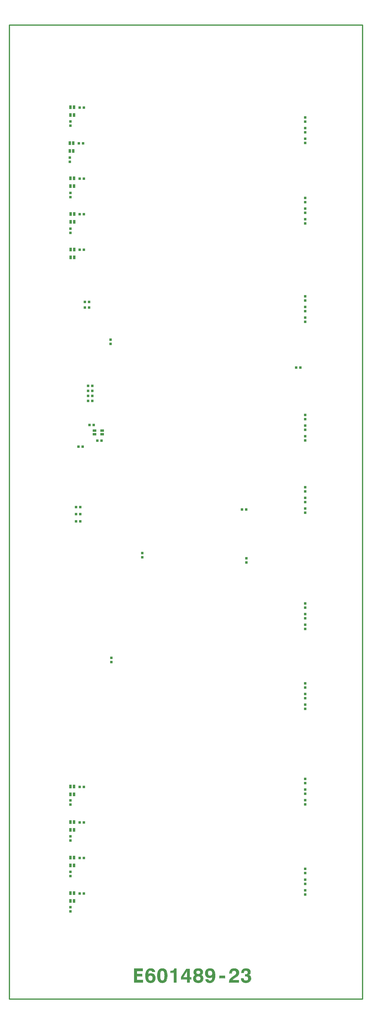
<source format=gbr>
G04 Generated on UCAM*
%FSLAX25Y25*%
%MOIN*%
%IPPOS*%
%ADD10R,0.04331X0.03937*%
%ADD11R,0.03937X0.04331*%
%ADD12R,0.03937X0.06299*%
%ADD13R,0.06299X0.03937*%
%ADD14C,0.01969*%
%ADD15C,0.00100*%
%ADD16C,0.00200*%
%ADD17C,0.00400*%
%ADD18C,0.00800*%
%ADD19C,0.01600*%
%SRX1Y1I0.00000J0.00000*%
%LNE601489-23*%
%LPD*%
D10*
X31933Y714535D03*
Y726346D03*
Y738157D03*
X35870Y838551D03*
X36657Y1341996D03*
X37839Y96425D03*
Y155480D03*
Y214535D03*
Y273591D03*
Y1165323D03*
Y1224378D03*
Y1283433D03*
Y1401543D03*
X38933Y714535D03*
Y726346D03*
Y738157D03*
X42870Y838551D03*
X43657Y1341996D03*
X44839Y96425D03*
Y155480D03*
Y214535D03*
Y273591D03*
Y1165323D03*
Y1224378D03*
Y1283433D03*
Y1401543D03*
X46697Y1069358D03*
Y1078709D03*
X51815Y914339D03*
Y922705D03*
Y931071D03*
Y939437D03*
X53697Y1069358D03*
Y1078709D03*
X54079Y874476D03*
X58815Y914339D03*
Y922705D03*
Y931071D03*
Y939437D03*
X61079Y874476D03*
X67366Y848394D03*
X74366D03*
X307524Y734220D03*
X314524D03*
X397583Y969949D03*
X404583D03*
D11*
X21654Y1311429D03*
Y1318429D03*
X22638Y66843D03*
Y73843D03*
Y125406D03*
Y132406D03*
Y184461D03*
Y191461D03*
Y244008D03*
Y251008D03*
Y1193319D03*
Y1200319D03*
Y1252866D03*
Y1259866D03*
Y1371469D03*
Y1378469D03*
X89075Y1009264D03*
Y1016264D03*
X90551Y480720D03*
Y487720D03*
X141732Y654933D03*
Y661933D03*
X314961Y646075D03*
Y653075D03*
X412402Y94894D03*
Y101894D03*
Y112610D03*
Y119610D03*
Y130327D03*
Y137327D03*
Y244500D03*
Y251500D03*
Y262217D03*
Y269217D03*
Y279933D03*
Y286933D03*
Y402965D03*
Y409965D03*
Y420681D03*
Y427681D03*
Y438398D03*
Y445398D03*
Y535839D03*
Y542839D03*
Y553555D03*
Y560555D03*
Y571272D03*
Y578272D03*
Y728752D03*
Y735752D03*
Y746469D03*
Y753469D03*
Y764185D03*
Y771185D03*
Y848831D03*
Y855831D03*
Y866547D03*
Y873547D03*
Y884264D03*
Y891264D03*
Y1045681D03*
Y1052681D03*
Y1063398D03*
Y1070398D03*
Y1081114D03*
Y1088114D03*
Y1209067D03*
Y1216067D03*
Y1226783D03*
Y1233783D03*
Y1244500D03*
Y1251500D03*
Y1342728D03*
Y1349728D03*
Y1360445D03*
Y1367445D03*
Y1378161D03*
Y1385161D03*
D12*
X21457Y1329594D03*
Y1342567D03*
X22638Y84024D03*
Y96996D03*
Y143079D03*
Y156051D03*
Y202134D03*
Y215106D03*
Y261189D03*
Y274161D03*
Y1271031D03*
Y1284004D03*
Y1389142D03*
Y1402114D03*
X22835Y1152921D03*
Y1165894D03*
Y1211780D03*
Y1224752D03*
X27362Y1329594D03*
Y1342567D03*
X28543Y84024D03*
Y96996D03*
Y143079D03*
Y156051D03*
Y202134D03*
Y215106D03*
Y261189D03*
Y274161D03*
Y1271031D03*
Y1284004D03*
Y1389142D03*
Y1402114D03*
X28740Y1152921D03*
Y1165894D03*
Y1211780D03*
Y1224752D03*
D13*
X62402Y859220D03*
Y865126D03*
X75374Y859220D03*
Y865126D03*
D14*
X-78740Y1538583D02*
Y-78740D01*
X507874*
Y1538583*
X-78740*
D15*
X128125Y-27901D02*
X142558D01*
Y-32233*
X132837*
Y-36990*
X141547*
Y-41352*
X132847*
Y-46798*
X142821*
Y-51131*
X128125*
Y-27901*
X142774Y-46838D02*
X142781D01*
Y-46845*
X142774Y-46838*
X142774Y-51091D02*
X142781Y-51084D01*
Y-51091*
X142774*
X142511Y-27941D02*
X142518D01*
Y-27948*
X142511Y-27941*
X142511Y-32193D02*
X142518Y-32187D01*
Y-32193*
X142511*
X141500Y-37030D02*
X141507D01*
Y-37037*
X141500Y-37030*
X141500Y-41312D02*
X141507Y-41305D01*
Y-41312*
X141500*
X128165Y-27941D02*
X128172D01*
X128165Y-27948*
Y-27941*
X128165Y-51084D02*
X128172Y-51091D01*
X128165*
Y-51084*
X151679Y-43734D02*
X151689Y-44244D01*
X151748Y-44753*
X151817Y-45146*
X151925Y-45539*
X152072Y-45912*
X152239Y-46286*
X152427Y-46592*
X152644Y-46878*
X152890Y-47144*
X153176Y-47391*
X153472Y-47598*
X153788Y-47775*
X154134Y-47923*
X154499Y-48022*
X154921Y-48101*
X155344Y-48140*
X155767Y-48130*
X156190Y-48081*
X156536Y-48002*
X156872Y-47883*
X157208Y-47715*
X157514Y-47508*
X157821Y-47251*
X158087Y-46955*
X158314Y-46659*
X158501Y-46324*
X158668Y-45950*
X158806Y-45547*
X158894Y-45164*
X158963Y-44772*
X159002Y-44272*
X159012Y-43773*
X158992Y-43235*
X158934Y-42706*
X158845Y-42312*
X158727Y-41929*
X158559Y-41554*
X158352Y-41199*
X158126Y-40894*
X157869Y-40607*
X157582Y-40370*
X157276Y-40163*
X156940Y-39995*
X156584Y-39866*
X155955Y-39729*
X155141Y-39699*
X154727Y-39729*
X154325Y-39797*
X154039Y-39866*
X153751Y-39965*
X153435Y-40124*
X153137Y-40322*
X152841Y-40588*
X152576Y-40874*
X152359Y-41170*
X152171Y-41475*
X152014Y-41810*
X151876Y-42155*
X151738Y-42795*
X151679Y-43734*
X146802Y-39964D02*
X146861Y-38518D01*
X146996Y-37082*
X147190Y-35890*
X147462Y-34717*
X147839Y-33535*
X148314Y-32402*
X148768Y-31551*
X149319Y-30759*
X149947Y-30054*
X150643Y-29426*
X151386Y-28914*
X152178Y-28489*
X152912Y-28200*
X153665Y-27997*
X154594Y-27832*
X155542Y-27745*
X156510*
X157477Y-27842*
X158269Y-27987*
X159022Y-28228*
X159688Y-28508*
X160305Y-28865*
X160855Y-29260*
X161366Y-29714*
X161704Y-30099*
X162022Y-30504*
X162292Y-30928*
X162522Y-31380*
X162802Y-32161*
X162986Y-32981*
X163048Y-33653*
X158391*
X158301Y-33185*
X158221Y-32935*
X157983Y-32469*
X157635Y-32071*
X157198Y-31753*
X156643Y-31526*
X156100Y-31417*
X155452Y-31388*
X155048Y-31417*
X154654Y-31486*
X154337Y-31575*
X154040Y-31704*
X153665Y-31921*
X153329Y-32188*
X152974Y-32562*
X152669Y-32976*
X152433Y-33409*
X152246Y-33850*
X152041Y-34477*
X151894Y-35122*
X151767Y-35942*
X151603Y-37674*
X151629Y-37687*
X152266Y-37125*
X152592Y-36895*
X152929Y-36702*
X153353Y-36500*
X153786Y-36346*
X154317Y-36191*
X154867Y-36085*
X155495Y-36018*
X156124Y-35989*
X156820Y-36008*
X157516Y-36085*
X158163Y-36211*
X158801Y-36394*
X159516Y-36655*
X160191Y-36993*
X160770Y-37360*
X161311Y-37784*
X161822Y-38286*
X162265Y-38836*
X162680Y-39482*
X163018Y-40168*
X163279Y-40853*
X163462Y-41568*
X163608Y-42400*
X163675Y-43231*
X163666Y-44111*
X163588Y-44982*
X163443Y-45794*
X163221Y-46587*
X162921Y-47360*
X162544Y-48104*
X162129Y-48741*
X161647Y-49340*
X161077Y-49909*
X160440Y-50411*
X159726Y-50845*
X158972Y-51203*
X158209Y-51473*
X157436Y-51657*
X156469Y-51783*
X155501Y-51841*
X154514Y-51802*
X153537Y-51686*
X152774Y-51502*
X152020Y-51242*
X151461Y-50981*
X150921Y-50672*
X150419Y-50306*
X149926Y-49890*
X149463Y-49417*
X149048Y-48915*
X148535Y-48161*
X148110Y-47359*
X147674Y-46285*
X147345Y-45180*
X147093Y-44037*
X146928Y-42874*
X146822Y-41419*
X146802Y-39964*
X162992Y-33613D02*
X163003Y-33600D01*
X163004Y-33613*
X162992*
X162998Y-33606D02*
X163003D01*
X171426Y-39769D02*
X171484Y-41667D01*
X171630Y-43284*
X171747Y-44064*
X171904Y-44835*
X172041Y-45344*
X172227Y-45835*
X172462Y-46335*
X172747Y-46806*
X173005Y-47123*
X173302Y-47391*
X173688Y-47638*
X174104Y-47817*
X174588Y-47935*
X175082Y-47975*
X175586Y-47935*
X176070Y-47817*
X176496Y-47638*
X176873Y-47391*
X177170Y-47123*
X177427Y-46807*
X177722Y-46335*
X177958Y-45834*
X178134Y-45335*
X178281Y-44826*
X178437Y-44055*
X178554Y-43284*
X178700Y-41638*
X178749Y-39769*
X178700Y-37909*
X178554Y-36263*
X178437Y-35483*
X178281Y-34721*
X178134Y-34212*
X177958Y-33713*
X177722Y-33212*
X177427Y-32740*
X177170Y-32424*
X176873Y-32147*
X176496Y-31908*
X176070Y-31730*
X175586Y-31612*
X175082Y-31572*
X174588Y-31612*
X174104Y-31730*
X173689Y-31908*
X173302Y-32146*
X173004Y-32424*
X172747Y-32741*
X172462Y-33212*
X172227Y-33713*
X172051Y-34202*
X171904Y-34702*
X171747Y-35483*
X171630Y-36263*
X171484Y-37880*
X171426Y-39769*
X166675Y-39769D02*
X166714Y-38206D01*
X166821Y-36653*
X166956Y-35587*
X167170Y-34531*
X167489Y-33388*
X167906Y-32284*
X168302Y-31482*
X168785Y-30729*
X169403Y-29985*
X170098Y-29328*
X170841Y-28807*
X171642Y-28382*
X172366Y-28112*
X173118Y-27919*
X174105Y-27794*
X175092Y-27745*
X176089Y-27784*
X177066Y-27919*
X177828Y-28112*
X178562Y-28382*
X179362Y-28807*
X180106Y-29338*
X180801Y-29985*
X181419Y-30729*
X181902Y-31482*
X182308Y-32294*
X182714Y-33397*
X183024Y-34531*
X183238Y-35626*
X183383Y-36741*
X183490Y-38264*
X183529Y-39778*
X183490Y-41292*
X183383Y-42806*
X183238Y-43921*
X183024Y-45026*
X182714Y-46159*
X182308Y-47253*
X181902Y-48065*
X181419Y-48829*
X181013Y-49330*
X180569Y-49804*
X180087Y-50228*
X179353Y-50750*
X178562Y-51164*
X177848Y-51425*
X177105Y-51608*
X176109Y-51744*
X175092Y-51782*
X174085Y-51744*
X173089Y-51608*
X172346Y-51425*
X171642Y-51164*
X170841Y-50750*
X170117Y-50228*
X169635Y-49804*
X169190Y-49331*
X168785Y-48819*
X168302Y-48065*
X167906Y-47253*
X167489Y-46149*
X167170Y-45016*
X166956Y-43960*
X166821Y-42894*
X166714Y-41331*
X166675Y-39769*
X188492Y-31884D02*
X190235Y-31799D01*
X191152Y-31701*
X191837Y-31574*
X192503Y-31378*
X192937Y-31191*
X193332Y-30954*
X193716Y-30638*
X194052Y-30263*
X194357Y-29800*
X194593Y-29298*
X194770Y-28777*
X194977Y-27735*
X198648*
Y-51131*
X194121*
Y-35053*
X188492*
Y-31884*
X198601Y-27775D02*
X198608D01*
Y-27782*
X198601Y-27775*
X198601Y-51091D02*
X198608Y-51084D01*
Y-51091*
X198601*
X194161Y-51084D02*
X194167Y-51091D01*
X194161*
Y-51084*
X188532Y-31922D02*
X188536D01*
X188532Y-31926*
Y-31922*
X188532Y-35006D02*
X188539Y-35013D01*
X188532*
Y-35006*
X209675Y-42537D02*
X209677Y-42541D01*
X216200*
Y-32340*
X216156Y-32327*
X209675Y-42537*
X206187Y-42000D02*
X214817Y-28416D01*
X220572*
Y-42424*
X223294*
Y-46047*
X220572*
Y-51131*
X216083*
Y-46047*
X206187*
Y-42000*
X223247Y-42464D02*
X223254D01*
Y-42471*
X223247Y-42464*
X223247Y-46007D02*
X223254Y-46000D01*
Y-46007*
X223247*
X220525Y-28456D02*
X220532D01*
Y-28463*
X220525Y-28456*
X220525Y-51091D02*
X220532Y-51084D01*
Y-51091*
X220525*
X216123Y-51084D02*
X216130Y-51091D01*
X216123*
Y-51084*
X206227Y-46000D02*
X206234Y-46007D01*
X206227*
Y-46000*
X231404Y-34285D02*
X231424Y-34641D01*
X231473Y-34996*
X231552Y-35294*
X231671Y-35581*
X231820Y-35858*
X232008Y-36125*
X232217Y-36354*
X232456Y-36543*
X232910Y-36820*
X233502Y-37017*
X234063Y-37126*
X234769Y-37165*
X235435Y-37135*
X235977Y-37037*
X236617Y-36820*
X237101Y-36544*
X237341Y-36344*
X237559Y-36106*
X237737Y-35848*
X237896Y-35561*
X238005Y-35273*
X238084Y-34976*
X238134Y-34631*
X238153Y-34286*
X238133Y-33940*
X238074Y-33615*
X238005Y-33328*
X237896Y-33059*
X237747Y-32782*
X237569Y-32534*
X237361Y-32297*
X237123Y-32079*
X236866Y-31901*
X236609Y-31753*
X236303Y-31624*
X235986Y-31525*
X235465Y-31437*
X234769Y-31397*
X234082Y-31437*
X233560Y-31535*
X232958Y-31762*
X232445Y-32088*
X232216Y-32287*
X232017Y-32506*
X231701Y-32989*
X231582Y-33278*
X231493Y-33575*
X231433Y-33920*
X231404Y-34285*
X231054Y-44375D02*
X231064Y-44827D01*
X231113Y-45278*
X231182Y-45623*
X231291Y-45970*
X231449Y-46296*
X231646Y-46612*
X231854Y-46879*
X232092Y-47117*
X232349Y-47314*
X232616Y-47482*
X232961Y-47650*
X233316Y-47778*
X234013Y-47935*
X234778Y-47994*
X235554Y-47945*
X236212Y-47788*
X236568Y-47659*
X236904Y-47482*
X237209Y-47285*
X237486Y-47057*
X237742Y-46791*
X237969Y-46505*
X238147Y-46208*
X238296Y-45892*
X238395Y-45575*
X238464Y-45249*
X238503Y-44817*
X238513Y-44376*
X238493Y-43953*
X238425Y-43531*
X238356Y-43206*
X238247Y-42890*
X238099Y-42564*
X237911Y-42258*
X237694Y-41972*
X237448Y-41706*
X237171Y-41469*
X236876Y-41262*
X236550Y-41084*
X236203Y-40946*
X235564Y-40788*
X234779Y-40730*
X234003Y-40779*
X233383Y-40926*
X233037Y-41065*
X232711Y-41243*
X232415Y-41450*
X232139Y-41687*
X231912Y-41933*
X231704Y-42200*
X231517Y-42516*
X231369Y-42841*
X231241Y-43175*
X231152Y-43530*
X231083Y-43953*
X231054Y-44375*
X226391Y-44522D02*
X226429Y-43700D01*
X226536Y-42879*
X226690Y-42272*
X226911Y-41694*
X227162Y-41203*
X227460Y-40751*
X227816Y-40328*
X228211Y-39943*
X228712Y-39557*
X229876Y-38836*
X228994Y-38279*
X228619Y-37990*
X228243Y-37644*
X227916Y-37259*
X227647Y-36875*
X227437Y-36463*
X227264Y-35992*
X227148Y-35502*
X227061Y-34816*
X227032Y-34121*
X227081Y-33377*
X227187Y-32643*
X227332Y-32065*
X227534Y-31506*
X227842Y-30909*
X228218Y-30350*
X228671Y-29830*
X229191Y-29358*
X229731Y-28972*
X230310Y-28644*
X231034Y-28335*
X231778Y-28093*
X232445Y-27939*
X233123Y-27832*
X233946Y-27745*
X234769Y-27726*
X235593Y-27745*
X236415Y-27813*
X237083Y-27919*
X237740Y-28074*
X238484Y-28306*
X239209Y-28615*
X239807Y-28953*
X240366Y-29348*
X240906Y-29840*
X241378Y-30389*
X241763Y-30957*
X242062Y-31583*
X242264Y-32143*
X242409Y-32720*
X242496Y-33425*
X242525Y-34130*
X242486Y-34796*
X242390Y-35452*
X242255Y-35972*
X242062Y-36472*
X241841Y-36905*
X241572Y-37318*
X241274Y-37674*
X240938Y-38000*
X240563Y-38289*
X239679Y-38836*
X240836Y-39528*
X241337Y-39904*
X241750Y-40308*
X242106Y-40760*
X242434Y-41290*
X242703Y-41848*
X242896Y-42417*
X243031Y-43005*
X243128Y-43759*
X243166Y-44513*
X243137Y-45335*
X243031Y-46157*
X242896Y-46783*
X242684Y-47400*
X242395Y-48017*
X242038Y-48596*
X241575Y-49175*
X241053Y-49715*
X240445Y-50217*
X239789Y-50652*
X239074Y-51019*
X238320Y-51309*
X237596Y-51521*
X236852Y-51656*
X235815Y-51753*
X234769Y-51792*
X233752Y-51753*
X232744Y-51656*
X231999Y-51531*
X231275Y-51347*
X230473Y-51038*
X229700Y-50652*
X229044Y-50217*
X228436Y-49716*
X227925Y-49176*
X227491Y-48587*
X227124Y-47951*
X226835Y-47285*
X226642Y-46687*
X226516Y-46069*
X226420Y-45296*
X226391Y-44522*
X250771Y-35803D02*
X250791Y-36341D01*
X250859Y-36870*
X250938Y-37264*
X251066Y-37648*
X251224Y-38022*
X251431Y-38377*
X251658Y-38683*
X251924Y-38969*
X252201Y-39206*
X252517Y-39413*
X252852Y-39581*
X253199Y-39710*
X253829Y-39848*
X254652Y-39877*
X255056Y-39847*
X255458Y-39779*
X255754Y-39710*
X256032Y-39611*
X256349Y-39452*
X256646Y-39254*
X256941Y-38988*
X257217Y-38702*
X257435Y-38406*
X257612Y-38101*
X257779Y-37767*
X257907Y-37420*
X258045Y-36782*
X258114Y-35842*
X258094Y-35333*
X258045Y-34823*
X257966Y-34430*
X257858Y-34037*
X257721Y-33664*
X257544Y-33290*
X257356Y-32984*
X257139Y-32698*
X256893Y-32432*
X256617Y-32186*
X256321Y-31978*
X255995Y-31801*
X255650Y-31653*
X255285Y-31554*
X254862Y-31476*
X254439Y-31436*
X254016Y-31446*
X253593Y-31495*
X253247Y-31574*
X252921Y-31693*
X252585Y-31861*
X252269Y-32068*
X251963Y-32325*
X251696Y-32621*
X251479Y-32917*
X251292Y-33252*
X251115Y-33626*
X250987Y-34029*
X250889Y-34412*
X250830Y-34805*
X250781Y-35304*
X250771Y-35803*
X246108Y-36345D02*
X246118Y-35465D01*
X246195Y-34594*
X246350Y-33782*
X246572Y-32989*
X246862Y-32216*
X247239Y-31472*
X247654Y-30835*
X248137Y-30237*
X248716Y-29667*
X249353Y-29165*
X250058Y-28731*
X250821Y-28373*
X251574Y-28103*
X252357Y-27919*
X253315Y-27794*
X254282Y-27735*
X255270Y-27774*
X256247Y-27890*
X257019Y-28074*
X257763Y-28335*
X258322Y-28595*
X258862Y-28904*
X259365Y-29271*
X259867Y-29686*
X260330Y-30159*
X260745Y-30661*
X261258Y-31415*
X261683Y-32217*
X262109Y-33292*
X262448Y-34396*
X262690Y-35539*
X262855Y-36702*
X262961Y-38157*
X262991Y-39613*
X262932Y-41058*
X262787Y-42494*
X262593Y-43686*
X262322Y-44859*
X261944Y-46041*
X261469Y-47174*
X261015Y-48025*
X260464Y-48817*
X259846Y-49522*
X259141Y-50150*
X258407Y-50662*
X257605Y-51087*
X256881Y-51377*
X256118Y-51579*
X255189Y-51744*
X254251Y-51831*
X253273*
X252306Y-51734*
X251524Y-51589*
X250761Y-51348*
X250105Y-51068*
X249478Y-50711*
X248928Y-50316*
X248426Y-49863*
X248080Y-49477*
X247771Y-49072*
X247492Y-48648*
X247271Y-48196*
X246981Y-47415*
X246807Y-46595*
X246736Y-45923*
X251393*
X251492Y-46392*
X251572Y-46641*
X251810Y-47107*
X252158Y-47505*
X252595Y-47823*
X253140Y-48050*
X253683Y-48159*
X254341Y-48189*
X254735Y-48159*
X255129Y-48090*
X255446Y-48001*
X255753Y-47872*
X256128Y-47655*
X256464Y-47388*
X256819Y-47014*
X257114Y-46600*
X257350Y-46167*
X257537Y-45726*
X257742Y-45099*
X257889Y-44454*
X258016Y-43634*
X258180Y-41902*
X258156Y-41890*
X257411Y-42528*
X257104Y-42730*
X256788Y-42912*
X255996Y-43231*
X255466Y-43385*
X254916Y-43491*
X254298Y-43559*
X253669Y-43588*
X252973Y-43568*
X252277Y-43491*
X251620Y-43365*
X250983Y-43182*
X250277Y-42921*
X249592Y-42583*
X249013Y-42216*
X248473Y-41792*
X247962Y-41290*
X247518Y-40741*
X247113Y-40094*
X246765Y-39408*
X246514Y-38723*
X246321Y-38008*
X246176Y-37177*
X246108Y-36345*
X246780Y-45963D02*
X246793D01*
X246782Y-45976*
X246780Y-45963*
X246782Y-45970D02*
X246787D01*
X270005Y-39955D02*
X279111D01*
Y-44365*
X270005*
Y-39955*
X279064Y-39995D02*
X279071D01*
Y-40002*
X279064Y-39995*
X279064Y-44325D02*
X279071Y-44318D01*
Y-44325*
X279064*
X270045Y-39995D02*
X270052D01*
X270045Y-40002*
Y-39995*
X270045Y-44318D02*
X270052Y-44325D01*
X270045*
Y-44318*
X285936Y-51131D02*
X286096Y-49467D01*
X286232Y-48625*
X286435Y-47803*
X286706Y-47009*
X287015Y-46304*
X287392Y-45638*
X287778Y-45077*
X288213Y-44545*
X288804Y-43897*
X289452Y-43306*
X290500Y-42453*
X291936Y-41443*
X294347Y-39898*
X295496Y-39099*
X296180Y-38542*
X296611Y-38121*
X297002Y-37671*
X297268Y-37307*
X297475Y-36912*
X297652Y-36480*
X297780Y-36027*
X297859Y-35506*
X297879Y-34985*
X297839Y-34425*
X297721Y-33884*
X297573Y-33449*
X297356Y-33044*
X297089Y-32688*
X296772Y-32372*
X296397Y-32095*
X295983Y-31868*
X295617Y-31740*
X295243Y-31641*
X294780Y-31582*
X294319Y-31563*
X293876Y-31592*
X293424Y-31661*
X293050Y-31760*
X292675Y-31907*
X292242Y-32134*
X291837Y-32430*
X291511Y-32756*
X291235Y-33121*
X291056Y-33438*
X290918Y-33774*
X290790Y-34235*
X290692Y-34707*
X290598Y-36044*
X286342*
X286398Y-34932*
X286553Y-33741*
X286785Y-32794*
X287074Y-32022*
X287451Y-31288*
X287885Y-30642*
X288387Y-30043*
X288966Y-29503*
X289612Y-29040*
X290365Y-28625*
X291158Y-28286*
X291863Y-28064*
X292578Y-27919*
X293478Y-27803*
X294379Y-27755*
X295250Y-27765*
X296112Y-27842*
X296817Y-27948*
X297513Y-28122*
X298276Y-28393*
X299000Y-28731*
X299637Y-29127*
X300236Y-29580*
X300766Y-30101*
X301239Y-30680*
X301644Y-31316*
X301972Y-31992*
X302223Y-32668*
X302397Y-33363*
X302513Y-34135*
X302551Y-34928*
X302522Y-35759*
X302397Y-36590*
X302214Y-37323*
X301943Y-38028*
X301596Y-38723*
X301161Y-39369*
X300571Y-40095*
X299913Y-40763*
X299459Y-41159*
X298984Y-41537*
X298033Y-42216*
X297052Y-42877*
X293932Y-44899*
X293328Y-45308*
X292733Y-45747*
X292476Y-45964*
X292249Y-46221*
X292032Y-46516*
X291607Y-47225*
X291608Y-47226*
X302318*
Y-51131*
X285936*
X302271Y-47266D02*
X302278D01*
Y-47273*
X302271Y-47266*
X302271Y-51091D02*
X302278Y-51084D01*
Y-51091*
X302271*
X290558Y-36004D02*
X290561Y-36001D01*
Y-36004*
X290558*
X286384Y-36004D02*
X286385Y-35994D01*
X286394Y-36004*
X286384*
X285980Y-51091D02*
X285982Y-51079D01*
X285993Y-51091*
X285980*
X285981Y-51084D02*
X285987D01*
X305815Y-44057D02*
X310228D01*
X310293Y-44985*
X310381Y-45467*
X310490Y-45832*
X310628Y-46177*
X310805Y-46493*
X311003Y-46789*
X311289Y-47114*
X311615Y-47401*
X311971Y-47628*
X312356Y-47806*
X312692Y-47915*
X313038Y-47984*
X313509Y-48023*
X313990Y-48033*
X314832Y-47955*
X315509Y-47798*
X315903Y-47650*
X316278Y-47462*
X316566Y-47264*
X316823Y-47036*
X317041Y-46779*
X317229Y-46502*
X317407Y-46156*
X317545Y-45801*
X317693Y-45142*
X317742Y-44386*
X317712Y-43943*
X317643Y-43511*
X317555Y-43156*
X317426Y-42820*
X317229Y-42455*
X316992Y-42109*
X316725Y-41822*
X316418Y-41565*
X316092Y-41368*
X315746Y-41200*
X315264Y-41052*
X314764Y-40944*
X314099Y-40866*
X313143Y-40837*
X312551Y-40846*
Y-37679*
X313446Y-37661*
X314228Y-37602*
X314807Y-37484*
X315171Y-37376*
X315535Y-37228*
X315803Y-37089*
X316052Y-36910*
X316299Y-36672*
X316508Y-36415*
X316715Y-36078*
X316864Y-35731*
X317022Y-35140*
X317081Y-34432*
X317022Y-33713*
X316864Y-33150*
X316724Y-32862*
X316556Y-32594*
X316358Y-32357*
X316140Y-32139*
X315902Y-31951*
X315634Y-31792*
X315328Y-31654*
X315012Y-31545*
X314392Y-31417*
X313694Y-31397*
X313310Y-31437*
X312926Y-31516*
X312610Y-31614*
X312303Y-31743*
X311977Y-31931*
X311690Y-32148*
X311433Y-32406*
X311215Y-32683*
X311047Y-32970*
X310908Y-33267*
X310790Y-33641*
X310701Y-34035*
X310662Y-34418*
X310625Y-35140*
X306296*
X306455Y-33545*
X306610Y-32743*
X306860Y-31981*
X307198Y-31248*
X307603Y-30592*
X308095Y-30004*
X308654Y-29464*
X309281Y-29001*
X310024Y-28586*
X310806Y-28267*
X311444Y-28074*
X312091Y-27929*
X312914Y-27823*
X313746Y-27765*
X314540Y-27774*
X315344Y-27823*
X316031Y-27910*
X316717Y-28055*
X317500Y-28287*
X318254Y-28586*
X318871Y-28914*
X319460Y-29310*
X320019Y-29792*
X320510Y-30341*
X320915Y-30919*
X321243Y-31546*
X321464Y-32124*
X321628Y-32731*
X321724Y-33396*
X321744Y-34081*
X321715Y-34708*
X321609Y-35335*
X321465Y-35864*
X321253Y-36374*
X321012Y-36817*
X320733Y-37230*
X320407Y-37605*
X320051Y-37942*
X319695Y-38211*
X318875Y-38733*
X319874Y-39258*
X320317Y-39528*
X320808Y-39913*
X321250Y-40365*
X321626Y-40866*
X321944Y-41415*
X322204Y-42012*
X322387Y-42628*
X322522Y-43400*
X322570Y-44183*
X322551Y-45014*
X322445Y-45825*
X322261Y-46569*
X322010Y-47283*
X321682Y-47949*
X321286Y-48567*
X320842Y-49146*
X320321Y-49676*
X319723Y-50168*
X319067Y-50583*
X318303Y-50970*
X317501Y-51279*
X316727Y-51502*
X315954Y-51647*
X314966Y-51753*
X313978Y-51792*
X312961Y-51763*
X311954Y-51657*
X311190Y-51512*
X310457Y-51290*
X309626Y-50942*
X308844Y-50498*
X308178Y-49986*
X307580Y-49407*
X307175Y-48906*
X306828Y-48366*
X306509Y-47758*
X306249Y-47120*
X306104Y-46638*
X305988Y-46136*
X305901Y-45604*
X305843Y-45054*
X305815Y-44057*
X312591Y-37718D02*
X312596D01*
X312591Y-37724*
Y-37718*
X312591Y-40797D02*
X312598Y-40805D01*
X312591*
Y-40797*
X310583Y-35100D02*
X310588Y-35096D01*
X310587Y-35100*
X310583*
X310188Y-44097D02*
X310191D01*
Y-44100*
X310188Y-44097*
X306340Y-35100D02*
X306341Y-35087D01*
X306352Y-35100*
X306340*
X305856Y-44097D02*
X305865D01*
X305857Y-44105*
X305856Y-44097*
X305857Y-44100D02*
X305861D01*
X310192Y-44100D02*
X310190D01*
X312592Y-40800D02*
X312593D01*
X306341Y-35100D02*
X306352D01*
X310585Y-35100D02*
X310587D01*
D16*
X128225Y-28001D02*
X142458D01*
Y-32134*
X132737*
Y-37090*
X141447*
Y-41252*
X132747*
Y-46898*
X142721*
Y-51031*
X128225*
Y-28001*
X142627Y-46978D02*
X142641D01*
Y-46992*
X142627Y-46978*
X142627Y-50951D02*
X142641Y-50937D01*
Y-50951*
X142627*
X142364Y-28081D02*
X142378D01*
Y-28094*
X142364Y-28081*
X142364Y-32054D02*
X142378Y-32040D01*
Y-32054*
X142364*
X141353Y-37170D02*
X141367D01*
Y-37183*
X141353Y-37170*
X141353Y-41172D02*
X141367Y-41158D01*
Y-41172*
X141353*
X128305Y-28081D02*
X128319D01*
X128305Y-28094*
Y-28081*
X128305Y-50937D02*
X128319Y-50951D01*
X128305*
Y-50937*
X151579Y-43732D02*
X151589Y-44250D01*
X151649Y-44767*
X151719Y-45168*
X151830Y-45571*
X151980Y-45951*
X152151Y-46332*
X152344Y-46648*
X152567Y-46942*
X152821Y-47216*
X153115Y-47470*
X153419Y-47682*
X153743Y-47865*
X154101Y-48018*
X154476Y-48120*
X154907Y-48200*
X155340Y-48240*
X155774Y-48230*
X156207Y-48180*
X156564Y-48098*
X156911Y-47975*
X157259Y-47802*
X157575Y-47588*
X157890Y-47323*
X158164Y-47019*
X158397Y-46714*
X158591Y-46368*
X158761Y-45987*
X158902Y-45574*
X158992Y-45184*
X159062Y-44784*
X159102Y-44277*
X159112Y-43772*
X159092Y-43228*
X159032Y-42689*
X158942Y-42287*
X158821Y-41893*
X158648Y-41508*
X158436Y-41144*
X158203Y-40830*
X157938Y-40535*
X157642Y-40290*
X157327Y-40076*
X156980Y-39903*
X156612Y-39770*
X155967Y-39629*
X155139Y-39599*
X154715Y-39629*
X154304Y-39699*
X154011Y-39770*
X153713Y-39873*
X153384Y-40037*
X153076Y-40243*
X152771Y-40517*
X152498Y-40810*
X152276Y-41114*
X152083Y-41428*
X151922Y-41770*
X151780Y-42126*
X151639Y-42781*
X151579Y-43732*
X146902Y-39965D02*
X146960Y-38525D01*
X147096Y-37095*
X147288Y-35909*
X147558Y-34744*
X147933Y-33570*
X148404Y-32445*
X148854Y-31604*
X149398Y-30821*
X150018Y-30124*
X150705Y-29505*
X151438Y-29000*
X152220Y-28580*
X152943Y-28295*
X153687Y-28094*
X154607Y-27931*
X155547Y-27845*
X156505*
X157463Y-27941*
X158245Y-28084*
X158988Y-28322*
X159644Y-28598*
X160251Y-28949*
X160793Y-29339*
X161295Y-29784*
X161627Y-30163*
X161940Y-30562*
X162205Y-30978*
X162430Y-31420*
X162706Y-32189*
X162887Y-32997*
X162938Y-33553*
X158473*
X158398Y-33160*
X158314Y-32897*
X158066Y-32413*
X157703Y-31997*
X157247Y-31666*
X156672Y-31430*
X156112Y-31318*
X155451Y-31288*
X155036Y-31318*
X154632Y-31389*
X154304Y-31481*
X153995Y-31615*
X153608Y-31838*
X153261Y-32114*
X152897Y-32498*
X152585Y-32922*
X152343Y-33365*
X152153Y-33815*
X151944Y-34450*
X151796Y-35104*
X151668Y-35930*
X151497Y-37732*
X151644Y-37807*
X152328Y-37204*
X152646Y-36979*
X152975Y-36791*
X153391Y-36592*
X153817Y-36441*
X154341Y-36289*
X154882Y-36184*
X155503Y-36117*
X156125Y-36089*
X156813Y-36108*
X157501Y-36184*
X158139Y-36308*
X158770Y-36490*
X159476Y-36747*
X160142Y-37080*
X160713Y-37442*
X161244Y-37859*
X161748Y-38353*
X162184Y-38894*
X162593Y-39531*
X162927Y-40208*
X163183Y-40883*
X163365Y-41589*
X163508Y-42412*
X163575Y-43235*
X163566Y-44106*
X163489Y-44969*
X163346Y-45772*
X163126Y-46555*
X162830Y-47319*
X162458Y-48054*
X162048Y-48682*
X161572Y-49273*
X161011Y-49834*
X160383Y-50329*
X159678Y-50757*
X158934Y-51110*
X158181Y-51377*
X157418Y-51558*
X156459Y-51683*
X155500Y-51741*
X154522Y-51702*
X153554Y-51587*
X152802Y-51406*
X152058Y-51149*
X151507Y-50892*
X150975Y-50588*
X150481Y-50227*
X149994Y-49817*
X149537Y-49350*
X149128Y-48855*
X148621Y-48110*
X148201Y-47317*
X147769Y-46251*
X147442Y-45155*
X147192Y-44019*
X147028Y-42863*
X146922Y-41415*
X146902Y-39965*
X162826Y-33473D02*
X162848Y-33448D01*
X162851Y-33473*
X162826*
X171326Y-39769D02*
X171384Y-41673D01*
X171531Y-43296*
X171649Y-44082*
X171806Y-44858*
X171945Y-45375*
X172135Y-45874*
X172374Y-46382*
X172665Y-46864*
X172932Y-47192*
X173241Y-47471*
X173641Y-47727*
X174072Y-47912*
X174572Y-48034*
X175082Y-48075*
X175602Y-48034*
X176102Y-47912*
X176543Y-47727*
X176934Y-47470*
X177243Y-47192*
X177509Y-46865*
X177810Y-46383*
X178050Y-45872*
X178229Y-45365*
X178378Y-44850*
X178535Y-44072*
X178653Y-43296*
X178800Y-41644*
X178849Y-39769*
X178800Y-37903*
X178653Y-36251*
X178535Y-35465*
X178378Y-34697*
X178229Y-34182*
X178050Y-33675*
X177810Y-33164*
X177509Y-32682*
X177243Y-32356*
X176934Y-32067*
X176542Y-31819*
X176102Y-31635*
X175602Y-31513*
X175082Y-31472*
X174572Y-31513*
X174072Y-31635*
X173643Y-31819*
X173241Y-32066*
X172931Y-32356*
X172665Y-32683*
X172374Y-33165*
X172134Y-33674*
X171955Y-34171*
X171806Y-34678*
X171649Y-35466*
X171531Y-36251*
X171384Y-37874*
X171326Y-39769*
X166775Y-39769D02*
X166814Y-38211D01*
X166920Y-36663*
X167055Y-35603*
X167267Y-34554*
X167584Y-33419*
X167997Y-32324*
X168389Y-31531*
X168866Y-30788*
X169476Y-30053*
X170161Y-29406*
X170893Y-28893*
X171683Y-28474*
X172396Y-28208*
X173137Y-28018*
X174114Y-27893*
X175093Y-27845*
X176080Y-27884*
X177046Y-28018*
X177799Y-28208*
X178521Y-28474*
X179310Y-28892*
X180042Y-29415*
X180728Y-30054*
X181338Y-30788*
X181815Y-31531*
X182216Y-32333*
X182619Y-33428*
X182927Y-34553*
X183139Y-35642*
X183283Y-36751*
X183390Y-38269*
X183429Y-39778*
X183390Y-41288*
X183283Y-42796*
X183139Y-43905*
X182927Y-45003*
X182619Y-46129*
X182216Y-47213*
X181815Y-48016*
X181337Y-48770*
X180938Y-49265*
X180500Y-49732*
X180025Y-50150*
X179300Y-50664*
X178521Y-51073*
X177819Y-51329*
X177086Y-51510*
X176100Y-51644*
X175092Y-51682*
X174094Y-51644*
X173108Y-51510*
X172375Y-51329*
X171682Y-51073*
X170894Y-50664*
X170179Y-50150*
X169704Y-49732*
X169266Y-49265*
X168867Y-48761*
X168389Y-48016*
X167998Y-47214*
X167584Y-46118*
X167267Y-44992*
X167055Y-43944*
X166920Y-42884*
X166814Y-41327*
X166775Y-39769*
X188592Y-31979D02*
X190242Y-31898D01*
X191166Y-31800*
X191860Y-31671*
X192537Y-31472*
X192982Y-31280*
X193389Y-31036*
X193786Y-30710*
X194131Y-30324*
X194445Y-29849*
X194686Y-29336*
X194867Y-28803*
X195059Y-27835*
X198548*
Y-51031*
X194221*
Y-34953*
X188592*
Y-31979*
X198454Y-27915D02*
X198468D01*
Y-27929*
X198454Y-27915*
X198454Y-50951D02*
X198468Y-50937D01*
Y-50951*
X198454*
X194301Y-50937D02*
X194314Y-50951D01*
X194301*
Y-50937*
X188672Y-32055D02*
X188680D01*
X188672Y-32064*
Y-32055*
X188672Y-34859D02*
X188686Y-34873D01*
X188672*
Y-34859*
X209559Y-42533D02*
X209618Y-42640D01*
X216300*
Y-32265*
X216112Y-32210*
X209559Y-42533*
X206287Y-42029D02*
X214872Y-28516D01*
X220472*
Y-42524*
X223194*
Y-45947*
X220472*
Y-51031*
X216183*
Y-45947*
X206287*
Y-42029*
X223100Y-42604D02*
X223114D01*
Y-42618*
X223100Y-42604*
X223100Y-45867D02*
X223114Y-45853D01*
Y-45867*
X223100*
X220378Y-28596D02*
X220392D01*
Y-28610*
X220378Y-28596*
X220378Y-50951D02*
X220392Y-50937D01*
Y-50951*
X220378*
X216263Y-50937D02*
X216277Y-50951D01*
X216263*
Y-50937*
X206367Y-45853D02*
X206381Y-45867D01*
X206367*
Y-45853*
X231304Y-34284D02*
X231324Y-34650D01*
X231375Y-35016*
X231457Y-35326*
X231581Y-35624*
X231734Y-35910*
X231930Y-36188*
X232149Y-36428*
X232399Y-36626*
X232868Y-36911*
X233477Y-37114*
X234050Y-37225*
X234768Y-37265*
X235447Y-37235*
X236002Y-37134*
X236658Y-36912*
X237159Y-36626*
X237410Y-36417*
X237637Y-36168*
X237823Y-35901*
X237987Y-35603*
X238100Y-35304*
X238182Y-34997*
X238233Y-34641*
X238253Y-34286*
X238233Y-33928*
X238172Y-33594*
X238100Y-33297*
X237986Y-33017*
X237832Y-32729*
X237647Y-32472*
X237433Y-32227*
X237186Y-32001*
X236920Y-31816*
X236653Y-31663*
X236337Y-31530*
X236009Y-31428*
X235476Y-31337*
X234769Y-31297*
X234070Y-31337*
X233533Y-31439*
X232913Y-31672*
X232385Y-32007*
X232146Y-32215*
X231938Y-32444*
X231612Y-32942*
X231488Y-33244*
X231395Y-33552*
X231334Y-33908*
X231304Y-34284*
X230954Y-44373D02*
X230964Y-44833D01*
X231014Y-45294*
X231085Y-45648*
X231198Y-46007*
X231361Y-46345*
X231564Y-46669*
X231779Y-46945*
X232026Y-47192*
X232292Y-47396*
X232567Y-47570*
X232922Y-47742*
X233288Y-47874*
X233998Y-48034*
X234778Y-48094*
X235569Y-48044*
X236241Y-47884*
X236609Y-47751*
X236954Y-47568*
X237268Y-47365*
X237554Y-47131*
X237818Y-46857*
X238052Y-46562*
X238236Y-46255*
X238389Y-45928*
X238491Y-45600*
X238563Y-45264*
X238603Y-44822*
X238613Y-44375*
X238593Y-43943*
X238523Y-43513*
X238452Y-43180*
X238340Y-42853*
X238187Y-42517*
X237994Y-42202*
X237771Y-41908*
X237517Y-41634*
X237233Y-41390*
X236928Y-41177*
X236592Y-40994*
X236234Y-40850*
X235580Y-40689*
X234779Y-40629*
X233988Y-40679*
X233353Y-40831*
X232994Y-40974*
X232658Y-41157*
X232354Y-41371*
X232069Y-41614*
X231835Y-41869*
X231621Y-42143*
X231428Y-42470*
X231277Y-42802*
X231145Y-43145*
X231054Y-43510*
X230984Y-43941*
X230954Y-44373*
X226491Y-44523D02*
X226529Y-43709D01*
X226634Y-42898*
X226785Y-42303*
X227003Y-41735*
X227248Y-41254*
X227540Y-40811*
X227889Y-40396*
X228276Y-40018*
X228769Y-39639*
X230065Y-38837*
X229051Y-38197*
X228683Y-37914*
X228316Y-37575*
X227995Y-37198*
X227733Y-36823*
X227528Y-36423*
X227360Y-35963*
X227247Y-35484*
X227161Y-34808*
X227132Y-34122*
X227180Y-33388*
X227285Y-32662*
X227427Y-32094*
X227626Y-31547*
X227928Y-30960*
X228297Y-30411*
X228742Y-29900*
X229254Y-29436*
X229785Y-29056*
X230354Y-28734*
X231069Y-28429*
X231805Y-28190*
X232464Y-28037*
X233136Y-27931*
X233952Y-27845*
X234769Y-27826*
X235587Y-27845*
X236403Y-27912*
X237063Y-28017*
X237714Y-28170*
X238450Y-28400*
X239164Y-28705*
X239753Y-29037*
X240303Y-29426*
X240834Y-29909*
X241299Y-30450*
X241676Y-31007*
X241970Y-31622*
X242169Y-32172*
X242310Y-32739*
X242396Y-33433*
X242425Y-34129*
X242387Y-34786*
X242292Y-35432*
X242160Y-35941*
X241971Y-36431*
X241755Y-36855*
X241492Y-37259*
X241201Y-37606*
X240873Y-37925*
X240506Y-38206*
X239487Y-38838*
X240780Y-39611*
X241272Y-39980*
X241676Y-40375*
X242024Y-40817*
X242346Y-41338*
X242611Y-41886*
X242800Y-42444*
X242933Y-43022*
X243028Y-43768*
X243066Y-44514*
X243038Y-45327*
X242932Y-46140*
X242800Y-46757*
X242591Y-47363*
X242307Y-47970*
X241956Y-48538*
X241500Y-49109*
X240985Y-49642*
X240386Y-50137*
X239738Y-50565*
X239033Y-50927*
X238288Y-51214*
X237573Y-51424*
X236838Y-51557*
X235809Y-51654*
X234769Y-51692*
X233758Y-51654*
X232757Y-51557*
X232020Y-51433*
X231305Y-51252*
X230513Y-50947*
X229750Y-50565*
X229103Y-50137*
X228504Y-49642*
X228002Y-49111*
X227575Y-48533*
X227214Y-47906*
X226928Y-47249*
X226739Y-46662*
X226615Y-46053*
X226520Y-45288*
X226491Y-44523*
X250671Y-35804D02*
X250691Y-36350D01*
X250761Y-36886*
X250841Y-37289*
X250972Y-37683*
X251134Y-38067*
X251347Y-38432*
X251581Y-38747*
X251855Y-39041*
X252141Y-39286*
X252467Y-39500*
X252813Y-39673*
X253170Y-39806*
X253816Y-39947*
X254654Y-39977*
X255068Y-39947*
X255478Y-39877*
X255783Y-39806*
X256071Y-39703*
X256399Y-39539*
X256707Y-39333*
X257011Y-39060*
X257294Y-38767*
X257518Y-38461*
X257700Y-38148*
X257871Y-37807*
X258004Y-37449*
X258144Y-36796*
X258214Y-35844*
X258194Y-35326*
X258144Y-34808*
X258064Y-34407*
X257954Y-34007*
X257813Y-33625*
X257632Y-33242*
X257439Y-32928*
X257216Y-32634*
X256963Y-32361*
X256679Y-32107*
X256373Y-31893*
X256039Y-31711*
X255683Y-31558*
X255307Y-31457*
X254876Y-31377*
X254443Y-31336*
X254009Y-31346*
X253576Y-31397*
X253219Y-31478*
X252881Y-31601*
X252535Y-31774*
X252209Y-31988*
X251893Y-32253*
X251619Y-32558*
X251395Y-32863*
X251203Y-33206*
X251022Y-33589*
X250891Y-34002*
X250791Y-34392*
X250731Y-34792*
X250681Y-35298*
X250671Y-35804*
X246208Y-36342D02*
X246218Y-35470D01*
X246294Y-34608*
X246447Y-33805*
X246667Y-33020*
X246954Y-32256*
X247325Y-31523*
X247735Y-30894*
X248211Y-30304*
X248782Y-29742*
X249410Y-29247*
X250105Y-28819*
X250859Y-28466*
X251603Y-28199*
X252374Y-28018*
X253324Y-27893*
X254284Y-27836*
X255262Y-27874*
X256229Y-27989*
X256991Y-28170*
X257725Y-28427*
X258276Y-28684*
X258808Y-28988*
X259303Y-29349*
X259799Y-29760*
X260256Y-30226*
X260665Y-30721*
X261172Y-31467*
X261592Y-32259*
X262014Y-33325*
X262351Y-34421*
X262591Y-35556*
X262755Y-36713*
X262862Y-38162*
X262891Y-39612*
X262833Y-41051*
X262688Y-42481*
X262495Y-43667*
X262225Y-44832*
X261850Y-46006*
X261379Y-47131*
X260929Y-47973*
X260385Y-48756*
X259775Y-49452*
X259079Y-50072*
X258355Y-50577*
X257563Y-50996*
X256850Y-51282*
X256097Y-51482*
X255176Y-51645*
X254246Y-51731*
X253278*
X252320Y-51635*
X251548Y-51492*
X250796Y-51254*
X250149Y-50978*
X249532Y-50627*
X248991Y-50238*
X248497Y-49792*
X248157Y-49413*
X247852Y-49014*
X247579Y-48599*
X247363Y-48157*
X247077Y-47387*
X246906Y-46579*
X246847Y-46023*
X251312*
X251396Y-46417*
X251479Y-46679*
X251727Y-47164*
X252090Y-47579*
X252546Y-47910*
X253110Y-48146*
X253671Y-48259*
X254343Y-48289*
X254748Y-48258*
X255151Y-48188*
X255479Y-48096*
X255797Y-47962*
X256184Y-47738*
X256532Y-47462*
X256896Y-47077*
X257199Y-46653*
X257440Y-46211*
X257630Y-45761*
X257839Y-45126*
X257987Y-44473*
X258115Y-43646*
X258286Y-41845*
X258142Y-41770*
X257351Y-42448*
X257052Y-42645*
X256744Y-42822*
X255963Y-43136*
X255442Y-43288*
X254901Y-43392*
X254290Y-43459*
X253668Y-43488*
X252980Y-43468*
X252292Y-43392*
X251644Y-43268*
X251014Y-43087*
X250317Y-42829*
X249641Y-42496*
X249071Y-42135*
X248539Y-41717*
X248036Y-41223*
X247600Y-40683*
X247200Y-40045*
X246857Y-39369*
X246609Y-38693*
X246418Y-37986*
X246275Y-37164*
X246208Y-36342*
X246936Y-46103D02*
X246962D01*
X246939Y-46129*
X246936Y-46103*
X270105Y-40055D02*
X279011D01*
Y-44265*
X270105*
Y-40055*
X278917Y-40135D02*
X278931D01*
Y-40148*
X278917Y-40135*
X278917Y-44185D02*
X278931Y-44172D01*
Y-44185*
X278917*
X270185Y-40135D02*
X270199D01*
X270185Y-40148*
Y-40135*
X270185Y-44172D02*
X270199Y-44185D01*
X270185*
Y-44172*
X286046Y-51031D02*
X286195Y-49480D01*
X286330Y-48645*
X286531Y-47831*
X286799Y-47046*
X287104Y-46349*
X287477Y-45691*
X287858Y-45137*
X288289Y-44611*
X288875Y-43967*
X289518Y-43382*
X290560Y-42532*
X291992Y-41526*
X294403Y-39981*
X295557Y-39179*
X296247Y-38617*
X296684Y-38190*
X297081Y-37733*
X297353Y-37360*
X297566Y-36955*
X297747Y-36512*
X297878Y-36048*
X297959Y-35515*
X297979Y-34983*
X297938Y-34410*
X297818Y-33857*
X297665Y-33409*
X297440Y-32990*
X297164Y-32622*
X296838Y-32296*
X296451Y-32011*
X296023Y-31777*
X295646Y-31644*
X295262Y-31543*
X294789Y-31483*
X294317Y-31463*
X293865Y-31493*
X293404Y-31563*
X293018Y-31664*
X292633Y-31816*
X292189Y-32049*
X291772Y-32354*
X291435Y-32690*
X291151Y-33066*
X290966Y-33394*
X290823Y-33742*
X290693Y-34212*
X290593Y-34693*
X290505Y-35944*
X286447*
X286497Y-34941*
X286651Y-33759*
X286880Y-32824*
X287166Y-32062*
X287537Y-31339*
X287965Y-30702*
X288460Y-30112*
X289029Y-29581*
X289665Y-29125*
X290409Y-28715*
X291193Y-28380*
X291888Y-28161*
X292594Y-28018*
X293487Y-27903*
X294381Y-27855*
X295245Y-27864*
X296100Y-27941*
X296798Y-28047*
X297484Y-28218*
X298238Y-28485*
X298953Y-28819*
X299581Y-29209*
X300170Y-29656*
X300692Y-30168*
X301158Y-30738*
X301557Y-31365*
X301880Y-32031*
X302128Y-32697*
X302299Y-33382*
X302413Y-34145*
X302451Y-34929*
X302423Y-35750*
X302299Y-36570*
X302118Y-37293*
X301852Y-37988*
X301509Y-38672*
X301081Y-39310*
X300497Y-40028*
X299845Y-40690*
X299395Y-41082*
X298924Y-41457*
X297976Y-42134*
X296997Y-42793*
X293877Y-44815*
X293270Y-45226*
X292671Y-45668*
X292406Y-45892*
X292171Y-46158*
X291949Y-46461*
X291491Y-47223*
X291550Y-47326*
X302218*
Y-51031*
X286046*
X302125Y-47406D02*
X302138D01*
Y-47420*
X302125Y-47406*
X302125Y-50951D02*
X302138Y-50937D01*
Y-50951*
X302125*
X290424Y-35864D02*
X290431Y-35858D01*
X290430Y-35864*
X290424*
X286531Y-35864D02*
X286532Y-35845D01*
X286551Y-35864*
X286531*
X286134Y-50951D02*
X286137Y-50926D01*
X286159Y-50951*
X286134*
X305918Y-44157D02*
X310135D01*
X310193Y-44998*
X310284Y-45490*
X310395Y-45864*
X310537Y-46220*
X310720Y-46545*
X310923Y-46850*
X311218Y-47185*
X311555Y-47481*
X311923Y-47716*
X312320Y-47899*
X312667Y-48012*
X313024Y-48083*
X313504Y-48123*
X313993Y-48133*
X314848Y-48053*
X315538Y-47893*
X315944Y-47741*
X316329Y-47549*
X316627Y-47343*
X316895Y-47106*
X317121Y-46839*
X317315Y-46553*
X317498Y-46198*
X317641Y-45830*
X317792Y-45156*
X317842Y-44386*
X317812Y-43932*
X317741Y-43491*
X317650Y-43126*
X317517Y-42778*
X317314Y-42403*
X317070Y-42047*
X316794Y-41750*
X316477Y-41484*
X316140Y-41280*
X315783Y-41106*
X315289Y-40955*
X314780Y-40845*
X314106Y-40766*
X313143Y-40737*
X312651Y-40744*
Y-37777*
X313451Y-37760*
X314242Y-37701*
X314831Y-37581*
X315204Y-37470*
X315577Y-37319*
X315855Y-37175*
X316116Y-36987*
X316373Y-36740*
X316589Y-36473*
X316804Y-36125*
X316959Y-35764*
X317121Y-35157*
X317181Y-34432*
X317121Y-33696*
X316958Y-33115*
X316812Y-32813*
X316637Y-32535*
X316432Y-32289*
X316207Y-32064*
X315959Y-31868*
X315681Y-31703*
X315365Y-31561*
X315039Y-31448*
X314404Y-31317*
X313691Y-31297*
X313294Y-31338*
X312900Y-31419*
X312575Y-31520*
X312259Y-31653*
X311922Y-31847*
X311624Y-32073*
X311358Y-32339*
X311132Y-32627*
X310958Y-32923*
X310815Y-33230*
X310693Y-33615*
X310603Y-34019*
X310562Y-34411*
X310530Y-35040*
X306406*
X306554Y-33559*
X306706Y-32768*
X306954Y-32018*
X307286Y-31295*
X307684Y-30651*
X308168Y-30072*
X308719Y-29540*
X309335Y-29085*
X310067Y-28676*
X310840Y-28362*
X311469Y-28171*
X312109Y-28028*
X312924Y-27922*
X313749Y-27865*
X314537Y-27874*
X315335Y-27922*
X316014Y-28008*
X316692Y-28152*
X317468Y-28381*
X318212Y-28677*
X318820Y-29000*
X319399Y-29389*
X319949Y-29863*
X320432Y-30403*
X320829Y-30971*
X321151Y-31587*
X321369Y-32155*
X321530Y-32751*
X321625Y-33405*
X321644Y-34080*
X321615Y-34698*
X321511Y-35313*
X321370Y-35832*
X321163Y-36331*
X320927Y-36765*
X320654Y-37169*
X320334Y-37536*
X319986Y-37865*
X319638Y-38129*
X318676Y-38741*
X319824Y-39345*
X320260Y-39610*
X320741Y-39988*
X321174Y-40430*
X321542Y-40921*
X321854Y-41460*
X322110Y-42046*
X322289Y-42651*
X322422Y-43412*
X322470Y-44185*
X322451Y-45006*
X322346Y-45807*
X322165Y-46540*
X321918Y-47244*
X321595Y-47899*
X321204Y-48509*
X320767Y-49080*
X320254Y-49602*
X319664Y-50087*
X319017Y-50496*
X318262Y-50879*
X317469Y-51185*
X316704Y-51404*
X315939Y-51548*
X314959Y-51654*
X313977Y-51692*
X312967Y-51663*
X311968Y-51558*
X311214Y-51414*
X310491Y-51195*
X309670Y-50852*
X308899Y-50414*
X308244Y-49911*
X307654Y-49340*
X307256Y-48848*
X306914Y-48316*
X306600Y-47715*
X306343Y-47087*
X306201Y-46613*
X306086Y-46117*
X306000Y-45591*
X305943Y-45047*
X305918Y-44157*
X312730Y-37855D02*
X312742D01*
X312730Y-37867*
Y-37855*
X312730Y-40647D02*
X312746Y-40663D01*
X312730*
Y-40647*
X310446Y-34960D02*
X310455Y-34952D01*
X310454Y-34960*
X310446*
X310054Y-44237D02*
X310060D01*
Y-44243*
X310054Y-44237*
X306494Y-34960D02*
X306497Y-34935D01*
X306520Y-34960*
X306494*
X306000Y-44237D02*
X306017D01*
X306001Y-44254*
X306000Y-44237*
D17*
X128425Y-28201D02*
X142258D01*
Y-31934*
X132537*
Y-37290*
X141247*
Y-41052*
X132547*
Y-47098*
X142521*
Y-50831*
X128425*
Y-28201*
X142333Y-47258D02*
X142361D01*
Y-47286*
X142333Y-47258*
X142333Y-50671D02*
X142361Y-50644D01*
Y-50671*
X142333*
X142071Y-28361D02*
X142098D01*
Y-28388*
X142071Y-28361*
X142071Y-31774D02*
X142098Y-31746D01*
Y-31774*
X142071*
X141060Y-37450D02*
X141087D01*
Y-37477*
X141060Y-37450*
X141060Y-40892D02*
X141087Y-40865D01*
Y-40892*
X141060*
X128585Y-28361D02*
X128612D01*
X128585Y-28388*
Y-28361*
X128585Y-50644D02*
X128612Y-50671D01*
X128585*
Y-50644*
X142079Y-31765D02*
X142097D01*
X151379Y-43727D02*
X151390Y-44264D01*
X151451Y-44796*
X151524Y-45211*
X151640Y-45634*
X151796Y-46029*
X151973Y-46426*
X152179Y-46761*
X152414Y-47071*
X152682Y-47360*
X152992Y-47628*
X153312Y-47852*
X153655Y-48044*
X154035Y-48207*
X154432Y-48315*
X154879Y-48398*
X155334Y-48440*
X155788Y-48430*
X156241Y-48377*
X156619Y-48290*
X156989Y-48160*
X157360Y-47974*
X157695Y-47747*
X158029Y-47467*
X158317Y-47147*
X158565Y-46824*
X158769Y-46458*
X158948Y-46060*
X159095Y-45629*
X159188Y-45224*
X159261Y-44809*
X159302Y-44287*
X159312Y-43771*
X159292Y-43213*
X159230Y-42656*
X159135Y-42235*
X159008Y-41823*
X158826Y-41417*
X158603Y-41034*
X158358Y-40704*
X158077Y-40391*
X157763Y-40130*
X157428Y-39903*
X157059Y-39719*
X156668Y-39578*
X155992Y-39430*
X155135Y-39399*
X154691Y-39431*
X154264Y-39504*
X153954Y-39578*
X153635Y-39688*
X153284Y-39864*
X152953Y-40085*
X152631Y-40374*
X152344Y-40683*
X152109Y-41002*
X151907Y-41333*
X151739Y-41690*
X151588Y-42067*
X151440Y-42754*
X151379Y-43727*
X147102Y-39968D02*
X147160Y-38538D01*
X147294Y-37121*
X147485Y-35948*
X147751Y-34797*
X148121Y-33639*
X148585Y-32531*
X149025Y-31708*
X149555Y-30945*
X150160Y-30265*
X150829Y-29662*
X151543Y-29171*
X152305Y-28762*
X153006Y-28485*
X153730Y-28290*
X154634Y-28130*
X155556Y-28045*
X156495*
X157435Y-28139*
X158196Y-28278*
X158918Y-28510*
X159554Y-28777*
X160142Y-29117*
X160668Y-29495*
X161153Y-29925*
X161473Y-30291*
X161777Y-30678*
X162031Y-31077*
X162247Y-31499*
X162514Y-32245*
X162689Y-33028*
X162719Y-33353*
X158638*
X158592Y-33111*
X158499Y-32820*
X158233Y-32300*
X157838Y-31849*
X157345Y-31490*
X156731Y-31237*
X156137Y-31119*
X155448Y-31087*
X155011Y-31119*
X154588Y-31193*
X154237Y-31292*
X153905Y-31436*
X153496Y-31673*
X153126Y-31967*
X152744Y-32369*
X152416Y-32814*
X152162Y-33278*
X151965Y-33745*
X151752Y-34397*
X151599Y-35066*
X151470Y-35905*
X151286Y-37848*
X151674Y-38046*
X152452Y-37361*
X152754Y-37148*
X153068Y-36968*
X153468Y-36777*
X153878Y-36631*
X154388Y-36483*
X154912Y-36382*
X155518Y-36317*
X156127Y-36289*
X156799Y-36307*
X157470Y-36382*
X158093Y-36503*
X158708Y-36680*
X159397Y-36931*
X160044Y-37255*
X160597Y-37605*
X161112Y-38010*
X161599Y-38488*
X162022Y-39011*
X162419Y-39630*
X162743Y-40288*
X162993Y-40944*
X163169Y-41631*
X163310Y-42438*
X163375Y-43242*
X163366Y-44097*
X163291Y-44943*
X163150Y-45727*
X162936Y-46492*
X162647Y-47238*
X162284Y-47954*
X161886Y-48564*
X161423Y-49139*
X160877Y-49685*
X160269Y-50164*
X159583Y-50581*
X158857Y-50925*
X158124Y-51185*
X157382Y-51361*
X156440Y-51484*
X155498Y-51540*
X154537Y-51503*
X153590Y-51390*
X152858Y-51214*
X152133Y-50963*
X151599Y-50715*
X151084Y-50420*
X150604Y-50070*
X150130Y-49670*
X149686Y-49216*
X149288Y-48735*
X148793Y-48006*
X148382Y-47232*
X147958Y-46185*
X147636Y-45105*
X147389Y-43984*
X147227Y-42842*
X147122Y-41406*
X147102Y-39968*
X162480Y-33193D02*
X162537Y-33122D01*
X162543Y-33193*
X162480*
X171126Y-39769D02*
X171185Y-41685D01*
X171333Y-43320*
X171452Y-44116*
X171612Y-44904*
X171755Y-45437*
X171951Y-45952*
X172197Y-46476*
X172501Y-46979*
X172787Y-47330*
X173120Y-47630*
X173547Y-47904*
X174009Y-48102*
X174540Y-48232*
X175082Y-48276*
X175634Y-48232*
X176164Y-48102*
X176638Y-47904*
X177056Y-47629*
X177388Y-47330*
X177672Y-46981*
X177986Y-46479*
X178235Y-45948*
X178420Y-45426*
X178572Y-44897*
X178732Y-44107*
X178852Y-43320*
X178999Y-41655*
X179049Y-39769*
X178999Y-37892*
X178852Y-36228*
X178732Y-35430*
X178572Y-34649*
X178420Y-34121*
X178235Y-33599*
X177986Y-33068*
X177672Y-32566*
X177390Y-32219*
X177057Y-31908*
X176635Y-31642*
X176164Y-31445*
X175634Y-31315*
X175082Y-31271*
X174540Y-31315*
X174009Y-31445*
X173550Y-31642*
X173119Y-31907*
X172785Y-32219*
X172501Y-32568*
X172197Y-33071*
X171949Y-33598*
X171765Y-34109*
X171612Y-34630*
X171452Y-35431*
X171333Y-36227*
X171185Y-37862*
X171126Y-39769*
X166975Y-39769D02*
X167014Y-38220D01*
X167119Y-36682*
X167253Y-35636*
X167461Y-34601*
X167774Y-33481*
X168181Y-32404*
X168563Y-31630*
X169027Y-30906*
X169622Y-30190*
X170288Y-29561*
X170998Y-29063*
X171765Y-28657*
X172456Y-28399*
X173175Y-28214*
X174131Y-28093*
X175094Y-28045*
X176063Y-28083*
X177008Y-28214*
X177739Y-28399*
X178439Y-28657*
X179204Y-29063*
X179916Y-29571*
X180583Y-30191*
X181176Y-30906*
X181641Y-31630*
X182032Y-32413*
X182428Y-33489*
X182732Y-34599*
X182941Y-35674*
X183084Y-36771*
X183190Y-38279*
X183229Y-39778*
X183190Y-41278*
X183084Y-42776*
X182941Y-43873*
X182732Y-44958*
X182429Y-46067*
X182032Y-47134*
X181640Y-47918*
X181175Y-48654*
X180787Y-49133*
X180360Y-49588*
X179900Y-49993*
X179196Y-50493*
X178440Y-50890*
X177760Y-51138*
X177048Y-51313*
X176083Y-51445*
X175092Y-51482*
X174112Y-51445*
X173146Y-51313*
X172434Y-51138*
X171763Y-50890*
X170999Y-50493*
X170304Y-49993*
X169843Y-49588*
X169418Y-49134*
X169029Y-48644*
X168564Y-47918*
X168181Y-47134*
X167774Y-46056*
X167461Y-44945*
X167253Y-43911*
X167119Y-42865*
X167014Y-41317*
X166975Y-39769*
X188792Y-32169D02*
X190258Y-32098D01*
X191195Y-31998*
X191907Y-31866*
X192605Y-31660*
X193074Y-31458*
X193505Y-31200*
X193925Y-30855*
X194290Y-30446*
X194620Y-29947*
X194872Y-29411*
X195061Y-28855*
X195223Y-28035*
X198348*
Y-50831*
X194420*
Y-34753*
X188792*
Y-32169*
X198161Y-28195D02*
X198188D01*
Y-28223*
X198161Y-28195*
X198161Y-50671D02*
X198188Y-50644D01*
Y-50671*
X198161*
X194580Y-50644D02*
X194608Y-50671D01*
X194580*
Y-50644*
X188952Y-32322D02*
X188968Y-32321D01*
X188952Y-32338*
Y-32322*
X188952Y-34565D02*
X188979Y-34593D01*
X188952*
Y-34565*
X209327Y-42526D02*
X209499Y-42840D01*
X216500*
Y-32114*
X216023Y-31976*
X209327Y-42526*
X206487Y-42087D02*
X214981Y-28716D01*
X220272*
Y-42724*
X222994*
Y-45747*
X220272*
Y-50831*
X216383*
Y-45747*
X206487*
Y-42087*
X222806Y-42884D02*
X222834D01*
Y-42911*
X222806Y-42884*
X222806Y-45587D02*
X222834Y-45560D01*
Y-45587*
X222806*
X220084Y-28876D02*
X220112D01*
Y-28903*
X220084Y-28876*
X220084Y-50671D02*
X220112Y-50644D01*
Y-50671*
X220084*
X216543Y-50644D02*
X216571Y-50671D01*
X216543*
Y-50644*
X206647Y-45560D02*
X206675Y-45587D01*
X206647*
Y-45560*
X231103Y-34282D02*
X231125Y-34670D01*
X231178Y-35055*
X231268Y-35390*
X231400Y-35709*
X231564Y-36016*
X231774Y-36314*
X232012Y-36574*
X232284Y-36790*
X232783Y-37094*
X233426Y-37308*
X234026Y-37424*
X234767Y-37465*
X235469Y-37434*
X236052Y-37328*
X236741Y-37095*
X237273Y-36791*
X237548Y-36562*
X237794Y-36293*
X237993Y-36006*
X238169Y-35687*
X238291Y-35365*
X238379Y-35037*
X238432Y-34661*
X238454Y-34286*
X238432Y-33904*
X238368Y-33553*
X238291Y-33235*
X238168Y-32932*
X238002Y-32623*
X237804Y-32347*
X237576Y-32087*
X237311Y-31844*
X237027Y-31647*
X236742Y-31483*
X236405Y-31342*
X236056Y-31233*
X235498Y-31138*
X234769Y-31097*
X234046Y-31138*
X233478Y-31245*
X232823Y-31492*
X232265Y-31847*
X232006Y-32072*
X231779Y-32322*
X231435Y-32849*
X231299Y-33177*
X231200Y-33506*
X231136Y-33883*
X231103Y-34282*
X230754Y-44368D02*
X230764Y-44846D01*
X230816Y-45324*
X230891Y-45698*
X231011Y-46081*
X231186Y-46442*
X231400Y-46784*
X231629Y-47078*
X231893Y-47342*
X232177Y-47561*
X232470Y-47745*
X232844Y-47927*
X233232Y-48067*
X233968Y-48233*
X234776Y-48295*
X235599Y-48243*
X236298Y-48076*
X236690Y-47934*
X237055Y-47741*
X237386Y-47527*
X237690Y-47278*
X237968Y-46989*
X238216Y-46676*
X238412Y-46349*
X238576Y-46000*
X238685Y-45651*
X238761Y-45294*
X238803Y-44834*
X238813Y-44372*
X238792Y-43922*
X238719Y-43476*
X238645Y-43126*
X238526Y-42779*
X238364Y-42423*
X238159Y-42089*
X237924Y-41779*
X237656Y-41489*
X237355Y-41232*
X237034Y-41007*
X236678Y-40812*
X236295Y-40660*
X235612Y-40491*
X234781Y-40429*
X233959Y-40481*
X233292Y-40640*
X232909Y-40793*
X232553Y-40987*
X232231Y-41212*
X231930Y-41470*
X231683Y-41739*
X231456Y-42031*
X231250Y-42377*
X231092Y-42725*
X230954Y-43085*
X230858Y-43470*
X230785Y-43918*
X230754Y-44368*
X226691Y-44524D02*
X226728Y-43727D01*
X226831Y-42935*
X226976Y-42363*
X227186Y-41816*
X227421Y-41355*
X227701Y-40931*
X228036Y-40532*
X228408Y-40170*
X228883Y-39804*
X230442Y-38838*
X229166Y-38033*
X228812Y-37761*
X228460Y-37436*
X228154Y-37076*
X227905Y-36720*
X227712Y-36342*
X227551Y-35906*
X227444Y-35449*
X227360Y-34791*
X227333Y-34125*
X227379Y-33409*
X227482Y-32701*
X227619Y-32152*
X227809Y-31627*
X228101Y-31062*
X228456Y-30533*
X228885Y-30040*
X229380Y-29591*
X229893Y-29225*
X230443Y-28913*
X231139Y-28616*
X231859Y-28383*
X232503Y-28233*
X233162Y-28130*
X233965Y-28045*
X234769Y-28026*
X235577Y-28045*
X236379Y-28111*
X237024Y-28214*
X237661Y-28363*
X238381Y-28588*
X239076Y-28884*
X239646Y-29206*
X240178Y-29582*
X240690Y-30049*
X241140Y-30572*
X241502Y-31107*
X241785Y-31699*
X241977Y-32230*
X242114Y-32775*
X242197Y-33449*
X242225Y-34128*
X242188Y-34766*
X242095Y-35393*
X241969Y-35880*
X241788Y-36350*
X241581Y-36755*
X241331Y-37140*
X241054Y-37469*
X240742Y-37773*
X240392Y-38042*
X239102Y-38841*
X240669Y-39778*
X241141Y-40132*
X241527Y-40508*
X241860Y-40932*
X242170Y-41434*
X242425Y-41962*
X242607Y-42499*
X242735Y-43058*
X242829Y-43786*
X242866Y-44515*
X242838Y-45310*
X242735Y-46106*
X242607Y-46703*
X242406Y-47288*
X242130Y-47875*
X241792Y-48423*
X241349Y-48977*
X240849Y-49495*
X240267Y-49976*
X239637Y-50393*
X238952Y-50745*
X238224Y-51024*
X237527Y-51229*
X236811Y-51359*
X235796Y-51454*
X234769Y-51492*
X233772Y-51454*
X232783Y-51359*
X232061Y-51237*
X231366Y-51061*
X230594Y-50763*
X229850Y-50392*
X229223Y-49976*
X228641Y-49496*
X228155Y-48983*
X227742Y-48423*
X227393Y-47816*
X227116Y-47179*
X226932Y-46611*
X226813Y-46021*
X226719Y-45272*
X226691Y-44524*
X250471Y-35805D02*
X250492Y-36366D01*
X250563Y-36919*
X250648Y-37341*
X250785Y-37753*
X250955Y-38156*
X251180Y-38542*
X251427Y-38875*
X251716Y-39185*
X252020Y-39446*
X252367Y-39674*
X252733Y-39857*
X253114Y-39998*
X253791Y-40146*
X254658Y-40177*
X255092Y-40146*
X255518Y-40073*
X255839Y-39998*
X256150Y-39887*
X256499Y-39712*
X256830Y-39492*
X257150Y-39204*
X257447Y-38896*
X257686Y-38570*
X257876Y-38243*
X258054Y-37886*
X258196Y-37505*
X258343Y-36824*
X258414Y-35847*
X258393Y-35312*
X258342Y-34779*
X258258Y-34361*
X258144Y-33946*
X257998Y-33548*
X257808Y-33147*
X257604Y-32815*
X257369Y-32506*
X257103Y-32218*
X256803Y-31950*
X256479Y-31723*
X256126Y-31531*
X255748Y-31369*
X255351Y-31262*
X254904Y-31178*
X254450Y-31136*
X253995Y-31147*
X253542Y-31199*
X253162Y-31286*
X252802Y-31417*
X252435Y-31601*
X252090Y-31827*
X251754Y-32109*
X251463Y-32432*
X251226Y-32755*
X251025Y-33115*
X250835Y-33516*
X250699Y-33947*
X250595Y-34353*
X250532Y-34768*
X250481Y-35286*
X250471Y-35805*
X246408Y-36335D02*
X246417Y-35480D01*
X246492Y-34636*
X246642Y-33851*
X246857Y-33083*
X247137Y-32337*
X247499Y-31623*
X247897Y-31012*
X248359Y-30439*
X248914Y-29893*
X249525Y-29411*
X250200Y-28995*
X250935Y-28651*
X251659Y-28391*
X252410Y-28215*
X253343Y-28092*
X254286Y-28036*
X255246Y-28073*
X256194Y-28186*
X256934Y-28362*
X257650Y-28613*
X258184Y-28862*
X258699Y-29156*
X259180Y-29507*
X259664Y-29907*
X260107Y-30360*
X260505Y-30841*
X261000Y-31570*
X261410Y-32343*
X261826Y-33391*
X262157Y-34471*
X262394Y-35591*
X262556Y-36734*
X262662Y-38171*
X262691Y-39610*
X262633Y-41037*
X262489Y-42454*
X262299Y-43628*
X262032Y-44779*
X261662Y-45937*
X261198Y-47045*
X260759Y-47868*
X260227Y-48632*
X259632Y-49311*
X258954Y-49914*
X258250Y-50406*
X257479Y-50815*
X256787Y-51091*
X256053Y-51286*
X255149Y-51446*
X254237Y-51531*
X253288*
X252348Y-51437*
X251596Y-51298*
X250865Y-51066*
X250238Y-50799*
X249640Y-50458*
X249117Y-50082*
X248639Y-49650*
X248311Y-49286*
X248016Y-48898*
X247753Y-48499*
X247547Y-48078*
X247270Y-47331*
X247104Y-46548*
X247069Y-46223*
X251150*
X251202Y-46469*
X251294Y-46756*
X251560Y-47277*
X251954Y-47728*
X252447Y-48086*
X253052Y-48339*
X253647Y-48458*
X254346Y-48489*
X254772Y-48457*
X255196Y-48383*
X255545Y-48285*
X255886Y-48141*
X256297Y-47903*
X256667Y-47610*
X257051Y-47205*
X257369Y-46759*
X257621Y-46298*
X257818Y-45831*
X258032Y-45180*
X258184Y-44510*
X258314Y-43671*
X258497Y-41729*
X258114Y-41531*
X257231Y-42288*
X256947Y-42474*
X256656Y-42642*
X255898Y-42947*
X255395Y-43093*
X254871Y-43194*
X254274Y-43259*
X253666Y-43287*
X252994Y-43269*
X252322Y-43194*
X251690Y-43073*
X251076Y-42897*
X250396Y-42645*
X249739Y-42321*
X249186Y-41971*
X248671Y-41566*
X248184Y-41088*
X247763Y-40566*
X247374Y-39946*
X247040Y-39289*
X246800Y-38632*
X246614Y-37943*
X246473Y-37139*
X246408Y-36335*
X247247Y-46383D02*
X247311D01*
X247255Y-46453*
X247247Y-46383*
X270305Y-40255D02*
X278811D01*
Y-44065*
X270305*
Y-40255*
X278624Y-40415D02*
X278651D01*
Y-40442*
X278624Y-40415*
X278624Y-43905D02*
X278651Y-43878D01*
Y-43905*
X278624*
X270465Y-40415D02*
X270493D01*
X270465Y-40442*
Y-40415*
X270465Y-43878D02*
X270493Y-43905D01*
X270465*
Y-43878*
X286266Y-50831D02*
X286394Y-49505D01*
X286526Y-48685*
X286723Y-47887*
X286985Y-47118*
X287283Y-46438*
X287646Y-45797*
X288018Y-45258*
X288440Y-44741*
X289016Y-44109*
X289648Y-43533*
X290681Y-42692*
X292103Y-41692*
X294514Y-40147*
X295677Y-39339*
X296380Y-38766*
X296829Y-38327*
X297237Y-37858*
X297524Y-37465*
X297747Y-37039*
X297936Y-36578*
X298074Y-36090*
X298158Y-35534*
X298179Y-34980*
X298137Y-34382*
X298011Y-33803*
X297849Y-33329*
X297609Y-32882*
X297316Y-32491*
X296969Y-32144*
X296559Y-31842*
X296105Y-31593*
X295705Y-31453*
X295300Y-31346*
X294806Y-31283*
X294315Y-31262*
X293844Y-31294*
X293364Y-31367*
X292956Y-31474*
X292550Y-31634*
X292083Y-31879*
X291641Y-32202*
X291284Y-32559*
X290983Y-32956*
X290786Y-33307*
X290634Y-33677*
X290499Y-34165*
X290395Y-34666*
X290319Y-35744*
X286657*
X286697Y-34959*
X286848Y-33796*
X287072Y-32883*
X287349Y-32143*
X287709Y-31441*
X288125Y-30822*
X288605Y-30250*
X289156Y-29736*
X289772Y-29294*
X290497Y-28895*
X291262Y-28568*
X291938Y-28355*
X292627Y-28216*
X293505Y-28102*
X294385Y-28055*
X295235Y-28064*
X296076Y-28140*
X296759Y-28243*
X297426Y-28410*
X298162Y-28671*
X298857Y-28995*
X299467Y-29374*
X300039Y-29807*
X300544Y-30303*
X300995Y-30856*
X301382Y-31463*
X301696Y-32110*
X301936Y-32757*
X302102Y-33421*
X302214Y-34165*
X302251Y-34930*
X302223Y-35731*
X302103Y-36531*
X301927Y-37233*
X301669Y-37907*
X301336Y-38571*
X300920Y-39191*
X300348Y-39895*
X299708Y-40544*
X299267Y-40929*
X298804Y-41297*
X297862Y-41970*
X296887Y-42626*
X293766Y-44649*
X293155Y-45063*
X292547Y-45511*
X292266Y-45749*
X292015Y-46033*
X291782Y-46350*
X291260Y-47220*
X291433Y-47526*
X302018*
Y-50831*
X286266*
X301831Y-47686D02*
X301858D01*
Y-47713*
X301831Y-47686*
X301831Y-50671D02*
X301858Y-50644D01*
Y-50671*
X301831*
X290158Y-35584D02*
X290170Y-35572D01*
X290169Y-35584*
X290158*
X286826Y-35584D02*
X286828Y-35545D01*
X286865Y-35584*
X286826*
X286443Y-50671D02*
X286447Y-50622D01*
X286492Y-50671*
X286443*
X306124Y-44357D02*
X309948D01*
X309995Y-45023*
X310089Y-45537*
X310206Y-45930*
X310357Y-46307*
X310550Y-46649*
X310764Y-46972*
X311076Y-47327*
X311434Y-47641*
X311827Y-47892*
X312247Y-48086*
X312616Y-48205*
X312996Y-48281*
X313493Y-48323*
X314001Y-48333*
X314880Y-48251*
X315596Y-48085*
X316024Y-47925*
X316431Y-47721*
X316751Y-47501*
X317038Y-47246*
X317280Y-46960*
X317488Y-46655*
X317681Y-46280*
X317833Y-45888*
X317990Y-45185*
X318042Y-44386*
X318010Y-43909*
X317938Y-43451*
X317841Y-43066*
X317699Y-42694*
X317485Y-42298*
X317227Y-41921*
X316932Y-41604*
X316593Y-41321*
X316236Y-41104*
X315856Y-40920*
X315340Y-40762*
X314813Y-40648*
X314121Y-40566*
X313145Y-40537*
X312850Y-40541*
Y-37973*
X313460Y-37960*
X314269Y-37900*
X314880Y-37775*
X315270Y-37659*
X315661Y-37501*
X315960Y-37346*
X316244Y-37141*
X316521Y-36876*
X316753Y-36588*
X316982Y-36217*
X317148Y-35830*
X317318Y-35192*
X317382Y-34432*
X317318Y-33660*
X317145Y-33044*
X316987Y-32716*
X316799Y-32418*
X316580Y-32154*
X316340Y-31915*
X316072Y-31703*
X315773Y-31525*
X315439Y-31375*
X315091Y-31255*
X314427Y-31118*
X313683Y-31097*
X313264Y-31140*
X312850Y-31225*
X312507Y-31332*
X312170Y-31474*
X311811Y-31680*
X311492Y-31922*
X311208Y-32206*
X310966Y-32514*
X310781Y-32830*
X310628Y-33158*
X310500Y-33563*
X310405Y-33987*
X310363Y-34395*
X310340Y-34840*
X306627*
X306752Y-33588*
X306900Y-32819*
X307140Y-32091*
X307463Y-31390*
X307847Y-30768*
X308315Y-30209*
X308848Y-29693*
X309444Y-29254*
X310154Y-28857*
X310907Y-28550*
X311520Y-28364*
X312143Y-28225*
X312944Y-28121*
X313755Y-28065*
X314529Y-28074*
X315316Y-28121*
X315981Y-28206*
X316643Y-28346*
X317402Y-28571*
X318128Y-28859*
X318717Y-29172*
X319277Y-29549*
X319808Y-30006*
X320275Y-30528*
X320658Y-31076*
X320969Y-31669*
X321179Y-32217*
X321334Y-32792*
X321425Y-33422*
X321444Y-34079*
X321416Y-34676*
X321316Y-35270*
X321180Y-35767*
X320982Y-36244*
X320756Y-36661*
X320495Y-37047*
X320190Y-37397*
X319857Y-37713*
X319523Y-37965*
X318278Y-38757*
X319726Y-39519*
X320146Y-39775*
X320607Y-40137*
X321022Y-40561*
X321375Y-41031*
X321675Y-41550*
X321921Y-42115*
X322094Y-42697*
X322224Y-43436*
X322270Y-44189*
X322251Y-44991*
X322149Y-45770*
X321973Y-46483*
X321733Y-47167*
X321421Y-47801*
X321041Y-48394*
X320615Y-48949*
X320119Y-49455*
X319547Y-49925*
X318918Y-50322*
X318181Y-50696*
X317405Y-50995*
X316658Y-51210*
X315910Y-51350*
X314944Y-51454*
X313976Y-51492*
X312981Y-51464*
X311998Y-51360*
X311262Y-51220*
X310558Y-51007*
X309758Y-50672*
X309010Y-50247*
X308375Y-49759*
X307802Y-49205*
X307419Y-48730*
X307087Y-48215*
X306781Y-47631*
X306532Y-47020*
X306394Y-46561*
X306282Y-46078*
X306198Y-45564*
X306142Y-45034*
X306124Y-44357*
X313010Y-38129D02*
X313033D01*
X313010Y-38152*
Y-38129*
X313010Y-40352D02*
X313036Y-40378D01*
X313010Y-40379*
Y-40352*
X310172Y-34680D02*
X310189Y-34664D01*
X310188Y-34680*
X310172*
X309787Y-44517D02*
X309799D01*
X309800Y-44529*
X309787Y-44517*
X306804Y-34680D02*
X306809Y-34630D01*
X306854Y-34680*
X306804*
X306288Y-44517D02*
X306322D01*
X306289Y-44551*
X306288Y-44517*
X306808Y-34644D02*
X306820D01*
D18*
X128825Y-28600D02*
X141858D01*
Y-31534*
X132137*
Y-37690*
X140847*
Y-40652*
X132147*
Y-47498*
X142121*
Y-50431*
X128825*
Y-28600*
X141746Y-47818D02*
X141801D01*
Y-47873*
X141746Y-47818*
X141746Y-50112D02*
X141801Y-50057D01*
Y-50112*
X141746*
X141484Y-28920D02*
X141539D01*
Y-28975*
X141484Y-28920*
X141484Y-31214D02*
X141539Y-31159D01*
Y-31214*
X141484*
X140473Y-38009D02*
X140528D01*
Y-38064*
X140473Y-38009*
X140473Y-40332D02*
X140528Y-40277D01*
Y-40332*
X140473*
X129145Y-28920D02*
X129200D01*
X129145Y-28975*
Y-28920*
X129145Y-50057D02*
X129200Y-50112D01*
X129145*
Y-50057*
X150979Y-43719D02*
X150990Y-44291D01*
X151055Y-44853*
X151133Y-45299*
X151260Y-45761*
X151427Y-46184*
X151619Y-46613*
X151848Y-46987*
X152107Y-47328*
X152404Y-47648*
X152746Y-47944*
X153099Y-48191*
X153477Y-48403*
X153903Y-48586*
X154343Y-48705*
X154824Y-48794*
X155320Y-48840*
X155816Y-48829*
X156309Y-48771*
X156731Y-48675*
X157146Y-48529*
X157563Y-48320*
X157937Y-48067*
X158308Y-47756*
X158625Y-47403*
X158900Y-47045*
X159127Y-46638*
X159320Y-46207*
X159480Y-45739*
X159580Y-45303*
X159658Y-44859*
X159701Y-44306*
X159712Y-43767*
X159691Y-43184*
X159625Y-42590*
X159522Y-42132*
X159383Y-41682*
X159183Y-41234*
X158937Y-40813*
X158668Y-40451*
X158355Y-40102*
X158003Y-39810*
X157631Y-39558*
X157216Y-39351*
X156779Y-39193*
X156043Y-39032*
X155128Y-38999*
X154643Y-39033*
X154184Y-39112*
X153842Y-39194*
X153480Y-39319*
X153083Y-39518*
X152707Y-39768*
X152350Y-40089*
X152035Y-40427*
X151777Y-40779*
X151555Y-41142*
X151372Y-41530*
X151204Y-41950*
X151043Y-42699*
X150979Y-43719*
X147502Y-39973D02*
X147559Y-38565D01*
X147691Y-37172*
X147877Y-36025*
X148137Y-34903*
X148497Y-33777*
X148947Y-32703*
X149366Y-31917*
X149870Y-31193*
X150444Y-30548*
X151077Y-29976*
X151751Y-29512*
X152473Y-29125*
X153132Y-28865*
X153817Y-28680*
X154687Y-28526*
X155574Y-28445*
X156475*
X157379Y-28535*
X158099Y-28667*
X158780Y-28885*
X159376Y-29136*
X159925Y-29453*
X160418Y-29808*
X160869Y-30208*
X161165Y-30546*
X161450Y-30909*
X161684Y-31276*
X161879Y-31658*
X162129Y-32356*
X162262Y-32953*
X158961*
X158870Y-32668*
X158567Y-32074*
X158110Y-31552*
X157541Y-31138*
X156847Y-30853*
X156185Y-30721*
X155442Y-30687*
X154962Y-30722*
X154499Y-30803*
X154102Y-30914*
X153725Y-31078*
X153270Y-31341*
X152855Y-31671*
X152437Y-32112*
X152078Y-32599*
X151802Y-33104*
X151591Y-33605*
X151366Y-34290*
X151206Y-34991*
X151073Y-35856*
X150862Y-38081*
X151735Y-38526*
X152700Y-37675*
X152969Y-37485*
X153254Y-37323*
X153621Y-37147*
X154001Y-37012*
X154482Y-36872*
X154971Y-36778*
X155549Y-36716*
X156130Y-36689*
X156771Y-36707*
X157410Y-36778*
X157999Y-36892*
X158584Y-37060*
X159238Y-37299*
X159847Y-37603*
X160366Y-37932*
X160848Y-38311*
X161303Y-38757*
X161697Y-39245*
X162070Y-39827*
X162376Y-40447*
X162611Y-41065*
X162778Y-41715*
X162913Y-42488*
X162975Y-43256*
X162966Y-44077*
X162894Y-44890*
X162760Y-45638*
X162556Y-46365*
X162281Y-47075*
X161937Y-47754*
X161562Y-48329*
X161125Y-48871*
X160611Y-49385*
X160040Y-49835*
X159393Y-50229*
X158704Y-50555*
X158011Y-50801*
X157310Y-50968*
X156402Y-51086*
X155493Y-51140*
X154569Y-51104*
X153660Y-50996*
X152971Y-50830*
X152283Y-50592*
X151783Y-50359*
X151302Y-50084*
X150851Y-49755*
X150403Y-49377*
X149983Y-48949*
X149608Y-48495*
X149136Y-47800*
X148745Y-47063*
X148335Y-46053*
X148023Y-45005*
X147782Y-43912*
X147625Y-42799*
X147521Y-41389*
X147502Y-39973*
X161651Y-32633D02*
X161808Y-32410D01*
X161821Y-32445*
X161863Y-32633*
X161651*
X170726Y-39769D02*
X170786Y-41710D01*
X170935Y-43367*
X171058Y-44186*
X171222Y-44996*
X171374Y-45560*
X171582Y-46108*
X171845Y-46665*
X172174Y-47210*
X172496Y-47607*
X172877Y-47949*
X173359Y-48259*
X173882Y-48483*
X174477Y-48628*
X175082Y-48677*
X175697Y-48628*
X176290Y-48483*
X176826Y-48259*
X177301Y-47946*
X177679Y-47607*
X177997Y-47214*
X178337Y-46670*
X178606Y-46100*
X178800Y-45548*
X178961Y-44992*
X179126Y-44177*
X179249Y-43367*
X179399Y-41678*
X179449Y-39769*
X179399Y-37869*
X179249Y-36180*
X179126Y-35360*
X178961Y-34554*
X178800Y-33999*
X178606Y-33447*
X178337Y-32877*
X177997Y-32333*
X177683Y-31946*
X177302Y-31590*
X176820Y-31286*
X176290Y-31064*
X175697Y-30919*
X175082Y-30870*
X174477Y-30919*
X173882Y-31064*
X173366Y-31286*
X172876Y-31587*
X172492Y-31946*
X172173Y-32337*
X171845Y-32882*
X171580Y-33445*
X171385Y-33985*
X171224Y-34534*
X171058Y-35362*
X170935Y-36180*
X170786Y-37837*
X170726Y-39769*
X167375Y-39769D02*
X167413Y-38239D01*
X167517Y-36721*
X167647Y-35701*
X167850Y-34695*
X168155Y-33606*
X168548Y-32563*
X168912Y-31827*
X169351Y-31143*
X169914Y-30464*
X170541Y-29872*
X171207Y-29405*
X171930Y-29022*
X172576Y-28781*
X173250Y-28608*
X174166Y-28491*
X175096Y-28446*
X176027Y-28482*
X176931Y-28607*
X177621Y-28782*
X178275Y-29023*
X178994Y-29404*
X179662Y-29881*
X180291Y-30467*
X180853Y-31143*
X181293Y-31828*
X181665Y-32572*
X182047Y-33611*
X182343Y-34690*
X182547Y-35738*
X182686Y-36810*
X182791Y-38298*
X182829Y-39778*
X182791Y-41259*
X182686Y-42736*
X182546Y-43810*
X182342Y-44867*
X182048Y-45945*
X181665Y-46974*
X181292Y-47721*
X180849Y-48420*
X180485Y-48870*
X180082Y-49300*
X179652Y-49679*
X178986Y-50152*
X178278Y-50523*
X177644Y-50755*
X176973Y-50920*
X176048Y-51046*
X175092Y-51082*
X174146Y-51046*
X173221Y-50920*
X172552Y-50755*
X171925Y-50523*
X171208Y-50152*
X170554Y-49680*
X170122Y-49300*
X169721Y-48873*
X169355Y-48412*
X168913Y-47722*
X168549Y-46976*
X168155Y-45931*
X167850Y-44852*
X167647Y-43846*
X167517Y-42826*
X167413Y-41299*
X167375Y-39769*
X189192Y-32550D02*
X190289Y-32497D01*
X191253Y-32394*
X192000Y-32255*
X192741Y-32037*
X193257Y-31815*
X193736Y-31527*
X194202Y-31145*
X194608Y-30691*
X194969Y-30143*
X195243Y-29561*
X195448Y-28959*
X195551Y-28435*
X197948*
Y-50431*
X194820*
Y-34353*
X189192*
Y-32550*
X197573Y-28755D02*
X197628D01*
Y-28810*
X197573Y-28755*
X197573Y-50112D02*
X197628Y-50057D01*
Y-50112*
X197573*
X195140Y-50057D02*
X195195Y-50112D01*
X195140*
Y-50057*
X189512Y-32855D02*
X189545Y-32853D01*
X189512Y-32888*
Y-32855*
X189512Y-33978D02*
X189567Y-34033D01*
X189512*
Y-33978*
X208862Y-42511D02*
X209262Y-43240D01*
X216900*
Y-31814*
X215847Y-31508*
X208862Y-42511*
X206887Y-42203D02*
X215201Y-29116D01*
X219872*
Y-43124*
X222594*
Y-45347*
X219872*
Y-50431*
X216783*
Y-45347*
X206887*
Y-42203*
X222219Y-43443D02*
X222274D01*
Y-43498*
X222219Y-43443*
X222219Y-45027D02*
X222274Y-44973D01*
Y-45027*
X222219*
X219497Y-29436D02*
X219552D01*
Y-29490*
X219497Y-29436*
X219497Y-50112D02*
X219552Y-50057D01*
Y-50112*
X219497*
X217103Y-50057D02*
X217158Y-50112D01*
X217103*
Y-50057*
X207207Y-44973D02*
X207262Y-45027D01*
X207207*
Y-44973*
X230703Y-34276D02*
X230727Y-34708D01*
X230786Y-35135*
X230888Y-35518*
X231038Y-35881*
X231223Y-36226*
X231461Y-36564*
X231738Y-36868*
X232055Y-37119*
X232614Y-37459*
X233324Y-37696*
X233977Y-37822*
X234765Y-37865*
X235514Y-37832*
X236153Y-37716*
X236905Y-37461*
X237502Y-37121*
X237825Y-36852*
X238107Y-36544*
X238333Y-36217*
X238533Y-35856*
X238672Y-35488*
X238771Y-35117*
X238830Y-34701*
X238854Y-34286*
X238830Y-33857*
X238759Y-33470*
X238673Y-33112*
X238530Y-32761*
X238342Y-32411*
X238117Y-32098*
X237863Y-31807*
X237561Y-31531*
X237241Y-31309*
X236920Y-31124*
X236543Y-30966*
X236150Y-30843*
X235543Y-30740*
X234769Y-30697*
X233997Y-30741*
X233370Y-30859*
X232644Y-31133*
X232025Y-31525*
X231726Y-31785*
X231462Y-32076*
X231080Y-32661*
X230922Y-33043*
X230810Y-33414*
X230739Y-33833*
X230703Y-34276*
X230354Y-44358D02*
X230365Y-44872D01*
X230421Y-45385*
X230503Y-45797*
X230639Y-46229*
X230836Y-46635*
X231072Y-47013*
X231328Y-47343*
X231629Y-47643*
X231948Y-47889*
X232275Y-48095*
X232688Y-48295*
X233120Y-48451*
X233909Y-48629*
X234773Y-48696*
X235658Y-48640*
X236413Y-48459*
X236852Y-48301*
X237258Y-48086*
X237622Y-47851*
X237962Y-47572*
X238270Y-47252*
X238546Y-46904*
X238766Y-46537*
X238949Y-46146*
X239072Y-45752*
X239157Y-45354*
X239202Y-44856*
X239213Y-44367*
X239190Y-43880*
X239112Y-43402*
X239031Y-43019*
X238898Y-42631*
X238718Y-42235*
X238490Y-41863*
X238231Y-41522*
X237934Y-41201*
X237601Y-40916*
X237245Y-40666*
X236848Y-40450*
X236418Y-40278*
X235675Y-40095*
X234783Y-40028*
X233899Y-40084*
X233171Y-40257*
X232738Y-40431*
X232341Y-40647*
X231986Y-40896*
X231652Y-41182*
X231377Y-41481*
X231125Y-41805*
X230895Y-42192*
X230723Y-42571*
X230572Y-42965*
X230466Y-43389*
X230388Y-43872*
X230354Y-44358*
X227091Y-44526D02*
X227127Y-43762D01*
X227224Y-43011*
X227358Y-42484*
X227552Y-41979*
X227767Y-41556*
X228022Y-41171*
X228329Y-40804*
X228670Y-40472*
X229111Y-40133*
X231196Y-38841*
X229395Y-37705*
X229070Y-37455*
X228749Y-37158*
X228471Y-36831*
X228248Y-36513*
X228079Y-36182*
X227935Y-35791*
X227838Y-35377*
X227759Y-34758*
X227733Y-34129*
X227777Y-33450*
X227874Y-32778*
X228002Y-32269*
X228176Y-31787*
X228445Y-31266*
X228774Y-30777*
X229171Y-30320*
X229631Y-29903*
X230108Y-29563*
X230620Y-29272*
X231280Y-28991*
X231966Y-28768*
X232579Y-28626*
X233214Y-28526*
X233991Y-28444*
X234769Y-28426*
X235556Y-28444*
X236332Y-28508*
X236947Y-28606*
X237556Y-28749*
X238242Y-28963*
X238898Y-29243*
X239432Y-29544*
X239927Y-29894*
X240403Y-30328*
X240822Y-30815*
X241155Y-31306*
X241416Y-31854*
X241594Y-32347*
X241720Y-32848*
X241798Y-33482*
X241824Y-34124*
X241789Y-34725*
X241703Y-35313*
X241588Y-35758*
X241423Y-36187*
X241235Y-36554*
X241009Y-36901*
X240761Y-37197*
X240479Y-37470*
X240165Y-37712*
X238333Y-38846*
X240445Y-40110*
X240881Y-40436*
X241229Y-40776*
X241532Y-41161*
X241819Y-41627*
X242055Y-42114*
X242222Y-42608*
X242341Y-43128*
X242430Y-43821*
X242466Y-44518*
X242439Y-45277*
X242341Y-46038*
X242221Y-46595*
X242034Y-47137*
X241778Y-47684*
X241465Y-48192*
X241049Y-48712*
X240577Y-49201*
X240028Y-49654*
X239435Y-50047*
X238788Y-50379*
X238096Y-50645*
X237434Y-50839*
X236757Y-50963*
X235770Y-51055*
X234769Y-51092*
X233798Y-51055*
X232836Y-50962*
X232143Y-50845*
X231487Y-50679*
X230756Y-50397*
X230051Y-50045*
X229461Y-49654*
X228914Y-49203*
X228462Y-48726*
X228077Y-48204*
X227750Y-47636*
X227490Y-47037*
X227320Y-46509*
X227208Y-45956*
X227118Y-45239*
X227091Y-44526*
X250071Y-35809D02*
X250093Y-36399D01*
X250169Y-36984*
X250261Y-37444*
X250411Y-37894*
X250596Y-38335*
X250846Y-38763*
X251119Y-39131*
X251439Y-39474*
X251779Y-39766*
X252167Y-40021*
X252573Y-40224*
X253001Y-40383*
X253741Y-40545*
X254665Y-40578*
X255141Y-40543*
X255597Y-40465*
X255952Y-40382*
X256307Y-40255*
X256700Y-40059*
X257076Y-39808*
X257428Y-39492*
X257753Y-39154*
X258021Y-38790*
X258228Y-38433*
X258422Y-38046*
X258581Y-37617*
X258739Y-36881*
X258814Y-35854*
X258792Y-35286*
X258738Y-34721*
X258648Y-34268*
X258525Y-33823*
X258367Y-33393*
X258160Y-32957*
X257935Y-32589*
X257676Y-32248*
X257384Y-31933*
X257052Y-31636*
X256690Y-31383*
X256301Y-31171*
X255880Y-30990*
X255440Y-30871*
X254959Y-30782*
X254464Y-30736*
X253967Y-30747*
X253474Y-30805*
X253049Y-30902*
X252644Y-31049*
X252235Y-31253*
X251851Y-31506*
X251475Y-31821*
X251153Y-32179*
X250889Y-32538*
X250670Y-32931*
X250462Y-33369*
X250314Y-33836*
X250202Y-34273*
X250135Y-34719*
X250082Y-35263*
X250071Y-35809*
X246808Y-36321D02*
X246817Y-35500D01*
X246889Y-34691*
X247032Y-33942*
X247238Y-33207*
X247504Y-32498*
X247846Y-31823*
X248221Y-31247*
X248656Y-30707*
X249179Y-30193*
X249754Y-29740*
X250391Y-29347*
X251088Y-29021*
X251773Y-28775*
X252482Y-28609*
X253381Y-28491*
X254290Y-28436*
X255215Y-28472*
X256124Y-28580*
X256822Y-28746*
X257499Y-28983*
X258001Y-29217*
X258481Y-29492*
X258935Y-29823*
X259393Y-30202*
X259810Y-30628*
X260185Y-31081*
X260657Y-31777*
X261047Y-32511*
X261448Y-33524*
X261770Y-34571*
X262001Y-35661*
X262159Y-36777*
X262262Y-38190*
X262291Y-39606*
X262234Y-41009*
X262093Y-42402*
X261906Y-43551*
X261646Y-44673*
X261287Y-45799*
X260836Y-46873*
X260417Y-47659*
X259912Y-48385*
X259348Y-49029*
X258706Y-49600*
X258041Y-50064*
X257310Y-50451*
X256661Y-50711*
X255967Y-50896*
X255096Y-51050*
X254218Y-51131*
X253308*
X252405Y-51041*
X251694Y-50909*
X251004Y-50691*
X250416Y-50440*
X249856Y-50122*
X249368Y-49771*
X248922Y-49368*
X248619Y-49030*
X248342Y-48667*
X248100Y-48301*
X247915Y-47920*
X247655Y-47220*
X247529Y-46623*
X250832*
X250923Y-46909*
X251226Y-47503*
X251683Y-48025*
X252250Y-48437*
X252934Y-48723*
X253598Y-48856*
X254352Y-48889*
X254822Y-48854*
X255285Y-48773*
X255676Y-48663*
X256065Y-48500*
X256523Y-48235*
X256938Y-47905*
X257360Y-47460*
X257708Y-46972*
X257981Y-46472*
X258193Y-45971*
X258417Y-45286*
X258577Y-44585*
X258711Y-43721*
X258921Y-41498*
X258059Y-41052*
X256990Y-41968*
X256737Y-42134*
X256481Y-42281*
X255767Y-42568*
X255302Y-42704*
X254812Y-42798*
X254243Y-42861*
X253663Y-42887*
X253022Y-42870*
X252382Y-42799*
X251783Y-42684*
X251201Y-42517*
X250554Y-42277*
X249935Y-41972*
X249417Y-41644*
X248935Y-41265*
X248481Y-40819*
X248089Y-40334*
X247722Y-39749*
X247408Y-39129*
X247182Y-38511*
X247005Y-37856*
X246871Y-37088*
X246808Y-36321*
X247923Y-46943D02*
X248137D01*
X247978Y-47172*
X247963Y-47131*
X247923Y-46943*
X270705Y-40654D02*
X278411D01*
Y-43666*
X270705*
Y-40654*
X278037Y-40974D02*
X278092D01*
Y-41029*
X278037Y-40974*
X278037Y-43346D02*
X278092Y-43291D01*
Y-43346*
X278037*
X271025Y-40974D02*
X271080D01*
X271025Y-41029*
Y-40974*
X271025Y-43291D02*
X271080Y-43346D01*
X271025*
Y-43291*
X286707Y-50431D02*
X286791Y-49556D01*
X286918Y-48764*
X287107Y-48000*
X287358Y-47263*
X287642Y-46618*
X287985Y-46009*
X288338Y-45498*
X288743Y-45003*
X289299Y-44392*
X289909Y-43836*
X290923Y-43011*
X292326Y-42024*
X294736Y-40480*
X295918Y-39658*
X296646Y-39065*
X297120Y-38602*
X297550Y-38108*
X297864Y-37677*
X298110Y-37208*
X298315Y-36708*
X298466Y-36175*
X298557Y-35571*
X298579Y-34974*
X298534Y-34325*
X298396Y-33696*
X298217Y-33169*
X297947Y-32666*
X297619Y-32228*
X297230Y-31840*
X296775Y-31504*
X296268Y-31227*
X295822Y-31070*
X295377Y-30953*
X294840Y-30884*
X294310Y-30862*
X293800Y-30896*
X293282Y-30975*
X292831Y-31093*
X292384Y-31270*
X291871Y-31538*
X291380Y-31897*
X290982Y-32295*
X290648Y-32737*
X290426Y-33132*
X290255Y-33547*
X290110Y-34071*
X289998Y-34610*
X289946Y-35344*
X287078*
X287095Y-34995*
X287242Y-33870*
X287454Y-33001*
X287715Y-32305*
X288055Y-31644*
X288445Y-31063*
X288896Y-30526*
X289410Y-30046*
X289986Y-29633*
X290672Y-29255*
X291401Y-28944*
X292038Y-28743*
X292692Y-28610*
X293542Y-28501*
X294394Y-28455*
X295215Y-28464*
X296028Y-28537*
X296680Y-28635*
X297311Y-28793*
X298011Y-29041*
X298667Y-29347*
X299241Y-29704*
X299777Y-30111*
X300249Y-30573*
X300671Y-31090*
X301032Y-31658*
X301328Y-32267*
X301554Y-32875*
X301710Y-33500*
X301816Y-34205*
X301851Y-34933*
X301825Y-35694*
X301710Y-36452*
X301545Y-37112*
X301302Y-37745*
X300990Y-38370*
X300598Y-38953*
X300050Y-39628*
X299434Y-40253*
X299011Y-40622*
X298563Y-40978*
X297634Y-41641*
X296667Y-42293*
X293545Y-44315*
X292924Y-44736*
X292299Y-45197*
X291985Y-45463*
X291703Y-45782*
X291449Y-46129*
X290797Y-47215*
X291200Y-47926*
X301618*
Y-50431*
X286707*
X301244Y-48246D02*
X301299D01*
Y-48301*
X301244Y-48246*
X301244Y-50112D02*
X301299Y-50057D01*
Y-50112*
X301244*
X289624Y-35024D02*
X289649Y-35001D01*
X289648Y-35024*
X289624*
X287414Y-35024D02*
Y-35023D01*
X287429Y-34909*
X287530Y-35024*
X287414*
X287059Y-50112D02*
X287069Y-50008D01*
X287157Y-50112*
X287059*
X306535Y-44757D02*
X309575D01*
X309598Y-45073*
X309700Y-45630*
X309828Y-46062*
X309995Y-46480*
X310208Y-46859*
X310446Y-47215*
X310793Y-47610*
X311193Y-47962*
X311634Y-48244*
X312101Y-48459*
X312515Y-48593*
X312940Y-48678*
X313473Y-48722*
X314015Y-48733*
X314944Y-48647*
X315712Y-48469*
X316184Y-48292*
X316635Y-48066*
X316998Y-47816*
X317325Y-47527*
X317599Y-47202*
X317832Y-46859*
X318046Y-46444*
X318216Y-46005*
X318387Y-45241*
X318443Y-44385*
X318408Y-43865*
X318330Y-43371*
X318223Y-42945*
X318063Y-42527*
X317827Y-42089*
X317540Y-41671*
X317208Y-41314*
X316827Y-40995*
X316427Y-40752*
X316003Y-40546*
X315441Y-40374*
X314879Y-40253*
X314150Y-40167*
X313250Y-40140*
Y-38364*
X313479Y-38360*
X314324Y-38296*
X314977Y-38164*
X315403Y-38037*
X315828Y-37865*
X316170Y-37687*
X316501Y-37449*
X316816Y-37146*
X317080Y-36820*
X317338Y-36402*
X317527Y-35961*
X317714Y-35260*
X317783Y-34432*
X317714Y-33589*
X317521Y-32902*
X317337Y-32522*
X317123Y-32182*
X316875Y-31884*
X316606Y-31616*
X316299Y-31373*
X315958Y-31170*
X315587Y-31003*
X315197Y-30869*
X314473Y-30719*
X313668Y-30697*
X313203Y-30744*
X312750Y-30837*
X312370Y-30956*
X311992Y-31114*
X311589Y-31346*
X311229Y-31620*
X310908Y-31941*
X310635Y-32288*
X310426Y-32644*
X310255Y-33012*
X310114Y-33459*
X310010Y-33922*
X309964Y-34365*
X309960Y-34440*
X307069*
X307148Y-33646*
X307288Y-32920*
X307513Y-32238*
X307816Y-31579*
X308172Y-31003*
X308608Y-30481*
X309107Y-29999*
X309661Y-29590*
X310328Y-29218*
X311040Y-28928*
X311622Y-28751*
X312213Y-28619*
X312983Y-28519*
X313766Y-28465*
X314515Y-28474*
X315279Y-28520*
X315914Y-28600*
X316545Y-28734*
X317271Y-28949*
X317960Y-29222*
X318511Y-29515*
X319034Y-29867*
X319527Y-30292*
X319961Y-30777*
X320316Y-31284*
X320604Y-31834*
X320798Y-32341*
X320942Y-32873*
X321026Y-33456*
X321044Y-34075*
X321018Y-34634*
X320925Y-35184*
X320801Y-35637*
X320621Y-36072*
X320413Y-36453*
X320178Y-36803*
X319901Y-37120*
X319598Y-37407*
X319295Y-37636*
X317482Y-38790*
X319528Y-39867*
X319918Y-40104*
X320340Y-40435*
X320718Y-40822*
X321041Y-41252*
X321318Y-41731*
X321545Y-42252*
X321704Y-42789*
X321826Y-43483*
X321870Y-44196*
X321852Y-44960*
X321756Y-45696*
X321590Y-46369*
X321364Y-47011*
X321072Y-47604*
X320713Y-48164*
X320313Y-48686*
X319848Y-49160*
X319312Y-49600*
X318721Y-49974*
X318019Y-50330*
X317278Y-50615*
X316566Y-50820*
X315852Y-50954*
X314915Y-51055*
X313974Y-51092*
X313008Y-51064*
X312056Y-50964*
X311358Y-50831*
X310694Y-50630*
X309935Y-50313*
X309232Y-49913*
X308636Y-49456*
X308097Y-48934*
X307743Y-48496*
X307433Y-48014*
X307144Y-47462*
X306909Y-46887*
X306781Y-46459*
X306675Y-46001*
X306595Y-45511*
X306542Y-45007*
X306535Y-44757*
X313570Y-38674D02*
X313592Y-38672D01*
X313570Y-38695*
Y-38674*
X313570Y-39788D02*
X313611Y-39831D01*
X313570Y-39830*
Y-39788*
X307422Y-34120D02*
X307434Y-34004D01*
X307530Y-34120*
X307422*
X306871Y-45077D02*
X306981D01*
X306883Y-45192*
X306871Y-45077*
D19*
X129625Y-29400D02*
X141059D01*
Y-30734*
X131338*
Y-38489*
X140048*
Y-39852*
X131347*
Y-48298*
X141321*
Y-49632*
X129625*
Y-29400*
X129625Y-48875D02*
X141321D01*
X129625Y-47300D02*
X131347D01*
X129625Y-45725D02*
X131347D01*
X129625Y-44150D02*
X131347D01*
X129625Y-42575D02*
X131347D01*
X129625Y-41000D02*
X131347D01*
X129625Y-39425D02*
X140047D01*
X129625Y-37850D02*
X131337D01*
X129625Y-36275D02*
X131337D01*
X129625Y-34700D02*
X131337D01*
X129625Y-33125D02*
X131337D01*
X129625Y-31550D02*
X131337D01*
X129625Y-29975D02*
X141058D01*
X148302Y-39984D02*
X148357Y-38619D01*
X148484Y-37273*
X148662Y-36180*
X148909Y-35115*
X149248Y-34054*
X149670Y-33046*
X150050Y-32335*
X150499Y-31689*
X151013Y-31112*
X151574Y-30605*
X152168Y-30196*
X152810Y-29852*
X153383Y-29625*
X153991Y-29462*
X154794Y-29320*
X155611Y-29245*
X156435*
X157267Y-29328*
X157904Y-29444*
X158502Y-29636*
X159020Y-29854*
X159490Y-30126*
X159918Y-30433*
X160300Y-30772*
X160549Y-31057*
X160797Y-31372*
X160989Y-31673*
X161143Y-31976*
X161207Y-32153*
X159505*
X159234Y-31622*
X158653Y-30958*
X157934Y-30435*
X157079Y-30084*
X156282Y-29924*
X155431Y-29886*
X154864Y-29927*
X154321Y-30022*
X153834Y-30159*
X153364Y-30363*
X152819Y-30679*
X152313Y-31080*
X151823Y-31598*
X151402Y-32168*
X151081Y-32757*
X150841Y-33324*
X150594Y-34076*
X150420Y-34841*
X150279Y-35757*
X150015Y-38547*
X151837Y-39475*
X151789Y-39518*
X151418Y-39917*
X151113Y-40333*
X150850Y-40762*
X150638Y-41211*
X150437Y-41716*
X150249Y-42589*
X150179Y-43701*
X150192Y-44344*
X150264Y-44968*
X150352Y-45474*
X150501Y-46015*
X150690Y-46494*
X150910Y-46986*
X151187Y-47439*
X151494Y-47842*
X151847Y-48225*
X152255Y-48576*
X152673Y-48868*
X153123Y-49121*
X153640Y-49343*
X154165Y-49485*
X154714Y-49587*
X155292Y-49641*
X155871Y-49627*
X156445Y-49561*
X156954Y-49444*
X157459Y-49266*
X157967Y-49012*
X158419Y-48706*
X158865Y-48332*
X159241Y-47914*
X159570Y-47485*
X159843Y-46997*
X160065Y-46500*
X160250Y-45959*
X160364Y-45462*
X160452Y-44960*
X160500Y-44345*
X160512Y-43761*
X160489Y-43125*
X160415Y-42458*
X160295Y-41927*
X160133Y-41400*
X159895Y-40868*
X159606Y-40372*
X159289Y-39945*
X158911Y-39523*
X158483Y-39169*
X158035Y-38866*
X157532Y-38614*
X157001Y-38423*
X156143Y-38235*
X155114Y-38198*
X154547Y-38238*
X154022Y-38328*
X153618Y-38426*
X153169Y-38580*
X152681Y-38825*
X152372Y-39030*
X153197Y-38303*
X153399Y-38161*
X153625Y-38032*
X153928Y-37887*
X154247Y-37773*
X154670Y-37650*
X155090Y-37569*
X155610Y-37513*
X156138Y-37489*
X156716Y-37505*
X157290Y-37569*
X157812Y-37670*
X158336Y-37821*
X158922Y-38035*
X159453Y-38300*
X159904Y-38586*
X160319Y-38912*
X160709Y-39295*
X161047Y-39714*
X161373Y-40221*
X161642Y-40767*
X161848Y-41307*
X161995Y-41884*
X162119Y-42590*
X162175Y-43284*
X162167Y-44037*
X162100Y-44784*
X161980Y-45459*
X161797Y-46112*
X161550Y-46749*
X161244Y-47353*
X160914Y-47859*
X160530Y-48336*
X160079Y-48786*
X159583Y-49177*
X159013Y-49524*
X158399Y-49815*
X157784Y-50033*
X157166Y-50180*
X156327Y-50289*
X155485Y-50339*
X154632Y-50306*
X153801Y-50207*
X153196Y-50062*
X152584Y-49850*
X152150Y-49648*
X151738Y-49412*
X151346Y-49126*
X150947Y-48790*
X150578Y-48413*
X150248Y-48014*
X149822Y-47386*
X149471Y-46725*
X149091Y-45788*
X148798Y-44804*
X148570Y-43770*
X148420Y-42714*
X148320Y-41354*
X148302Y-39984*
X152034Y-49583D02*
X154679D01*
X156272Y-49583D02*
X158890D01*
X150243Y-48008D02*
X151644D01*
X159158Y-48008D02*
X160795D01*
X149353Y-46433D02*
X150664D01*
X160090Y-46433D02*
X161672D01*
X148814Y-44858D02*
X150250D01*
X160461Y-44858D02*
X162087D01*
X148501Y-43283D02*
X150205D01*
X160495Y-43283D02*
X162175D01*
X148347Y-41708D02*
X150440D01*
X160228Y-41708D02*
X161949D01*
X148305Y-40133D02*
X151261D01*
X159428Y-40133D02*
X161315D01*
X148365Y-38558D02*
X150033D01*
X152909Y-38558D02*
X153236D01*
X157372Y-38558D02*
X159856D01*
X148533Y-36983D02*
X150162D01*
X148842Y-35408D02*
X150333D01*
X149342Y-33833D02*
X150674D01*
X150106Y-32258D02*
X151354D01*
X151490Y-30683D02*
X152814D01*
X158274Y-30683D02*
X160197D01*
X169926Y-39769D02*
X169987Y-41758D01*
X170141Y-43463*
X170270Y-44324*
X170443Y-45179*
X170612Y-45807*
X170846Y-46421*
X171139Y-47043*
X171518Y-47671*
X171915Y-48159*
X172390Y-48587*
X172984Y-48968*
X173627Y-49244*
X174349Y-49420*
X175081Y-49479*
X175825Y-49421*
X176541Y-49245*
X177204Y-48968*
X177791Y-48581*
X178260Y-48159*
X178649Y-47680*
X179041Y-47054*
X179346Y-46404*
X179562Y-45792*
X179738Y-45183*
X179914Y-44316*
X180043Y-43463*
X180198Y-41724*
X180249Y-39769*
X180198Y-37823*
X180043Y-36085*
X179914Y-35221*
X179738Y-34362*
X179562Y-33755*
X179346Y-33143*
X179041Y-32493*
X178649Y-31867*
X178269Y-31399*
X177793Y-30954*
X177190Y-30574*
X176541Y-30302*
X175825Y-30127*
X175081Y-30068*
X174349Y-30127*
X173627Y-30303*
X172997Y-30574*
X172389Y-30948*
X171906Y-31399*
X171518Y-31876*
X171139Y-32504*
X170840Y-33138*
X170625Y-33737*
X170446Y-34342*
X170270Y-35224*
X170141Y-36084*
X169987Y-37789*
X169926Y-39769*
X168175Y-39769D02*
X168212Y-38276D01*
X168314Y-36799*
X168437Y-35830*
X168628Y-34882*
X168915Y-33855*
X169283Y-32882*
X169609Y-32221*
X169997Y-31616*
X170498Y-31013*
X171048Y-30493*
X171626Y-30088*
X172258Y-29753*
X172816Y-29545*
X173401Y-29395*
X174237Y-29288*
X175100Y-29246*
X175957Y-29279*
X176778Y-29393*
X177384Y-29547*
X177948Y-29755*
X178572Y-30085*
X179155Y-30502*
X179709Y-31017*
X180207Y-31616*
X180597Y-32224*
X180930Y-32890*
X181285Y-33855*
X181563Y-34872*
X181757Y-35866*
X181890Y-36890*
X181992Y-38336*
X182029Y-39778*
X181992Y-41220*
X181890Y-42657*
X181757Y-43682*
X181563Y-44686*
X181286Y-45700*
X180931Y-46655*
X180594Y-47327*
X180198Y-47954*
X179882Y-48345*
X179525Y-48725*
X179155Y-49051*
X178567Y-49469*
X177954Y-49790*
X177410Y-49989*
X176823Y-50133*
X175979Y-50248*
X175092Y-50282*
X174216Y-50248*
X173371Y-50133*
X172787Y-49989*
X172249Y-49790*
X171628Y-49469*
X171053Y-49054*
X170679Y-48725*
X170327Y-48350*
X170007Y-47947*
X169611Y-47329*
X169284Y-46659*
X168915Y-45680*
X168628Y-44664*
X168437Y-43717*
X168314Y-42748*
X168212Y-41262*
X168175Y-39769*
X171734Y-49525D02*
X178462D01*
X170009Y-47950D02*
X171743D01*
X178432Y-47950D02*
X180201D01*
X169177Y-46375D02*
X170826D01*
X179358Y-46375D02*
X181034D01*
X168666Y-44800D02*
X170365D01*
X179817Y-44800D02*
X181532D01*
X168375Y-43225D02*
X170118D01*
X180065Y-43225D02*
X181816D01*
X168240Y-41650D02*
X169983D01*
X180200Y-41650D02*
X181961D01*
X168183Y-40075D02*
X169934D01*
X180241Y-40075D02*
X182020D01*
X168208Y-38500D02*
X169965D01*
X180216Y-38500D02*
X181995D01*
X168306Y-36925D02*
X170065D01*
X180118Y-36925D02*
X181892D01*
X168535Y-35350D02*
X170251D01*
X179934Y-35350D02*
X181655D01*
X168947Y-33775D02*
X170613D01*
X179568Y-33775D02*
X181254D01*
X169624Y-32200D02*
X171322D01*
X178857Y-32200D02*
X180579D01*
X170911Y-30625D02*
X172915D01*
X177270Y-30625D02*
X179286D01*
X189992Y-33312D02*
X190351Y-33294D01*
X191368Y-33186*
X192186Y-33034*
X193014Y-32791*
X193623Y-32528*
X194197Y-32183*
X194757Y-31724*
X195243Y-31181*
X195668Y-30536*
X195986Y-29860*
X196198Y-29235*
X197148*
Y-49632*
X195620*
Y-33553*
X189992*
Y-33312*
X195621Y-48875D02*
X197147D01*
X195621Y-47300D02*
X197147D01*
X195621Y-45725D02*
X197147D01*
X195621Y-44150D02*
X197147D01*
X195621Y-42575D02*
X197147D01*
X195621Y-41000D02*
X197147D01*
X195621Y-39425D02*
X197147D01*
X195621Y-37850D02*
X197147D01*
X195621Y-36275D02*
X197147D01*
X195621Y-34700D02*
X197147D01*
X191706Y-33125D02*
X197147D01*
X194915Y-31550D02*
X197147D01*
X195933Y-29975D02*
X197147D01*
X207934Y-42481D02*
X208789Y-44040D01*
X217699*
Y-31214*
X215493Y-30573*
X207934Y-42481*
X207687Y-42436D02*
X215640Y-29915D01*
X219072*
Y-43923*
X221794*
Y-44548*
X219072*
Y-49632*
X217583*
Y-44548*
X207687*
Y-42436*
X217583Y-48875D02*
X219072D01*
X217583Y-47300D02*
X219072D01*
X217583Y-45725D02*
X219072D01*
X207687Y-44150D02*
X221794D01*
X207687Y-42575D02*
X207985D01*
X217701Y-42575D02*
X219072D01*
X208600Y-41000D02*
X208874D01*
X217701Y-41000D02*
X219072D01*
X209600Y-39425D02*
X209873D01*
X217701Y-39425D02*
X219072D01*
X210601Y-37850D02*
X210873D01*
X217701Y-37850D02*
X219072D01*
X211601Y-36275D02*
X211873D01*
X217701Y-36275D02*
X219072D01*
X212602Y-34700D02*
X212873D01*
X217701Y-34700D02*
X219072D01*
X213602Y-33125D02*
X213873D01*
X217701Y-33125D02*
X219072D01*
X214603Y-31550D02*
X214873D01*
X217701Y-31550D02*
X219072D01*
X215604Y-29975D02*
X219072D01*
X229901Y-34266D02*
X229930Y-34786D01*
X230000Y-35293*
X230129Y-35775*
X230314Y-36223*
X230541Y-36646*
X230836Y-37066*
X231191Y-37455*
X231597Y-37776*
X232276Y-38189*
X233121Y-38471*
X233878Y-38617*
X234760Y-38666*
X235603Y-38629*
X236354Y-38493*
X237235Y-38194*
X237960Y-37780*
X238378Y-37432*
X238734Y-37044*
X239014Y-36639*
X239260Y-36192*
X239434Y-35734*
X239556Y-35277*
X239627Y-34780*
X239655Y-34286*
X239625Y-33762*
X239542Y-33304*
X239436Y-32866*
X239255Y-32421*
X239022Y-31986*
X238744Y-31600*
X238435Y-31248*
X238061Y-30905*
X237669Y-30633*
X237276Y-30406*
X236817Y-30214*
X236337Y-30064*
X235633Y-29944*
X234768Y-29896*
X233900Y-29945*
X233153Y-30086*
X232284Y-30414*
X231546Y-30882*
X231166Y-31213*
X230827Y-31585*
X230369Y-32286*
X230167Y-32774*
X230030Y-33231*
X229944Y-33732*
X229901Y-34266*
X229553Y-44339D02*
X229566Y-44924D01*
X229629Y-45507*
X229727Y-45996*
X229893Y-46525*
X230135Y-47023*
X230416Y-47472*
X230728Y-47873*
X231100Y-48246*
X231490Y-48546*
X231886Y-48795*
X232377Y-49033*
X232895Y-49220*
X233789Y-49422*
X234768Y-49497*
X235777Y-49433*
X236642Y-49227*
X237176Y-49034*
X237662Y-48777*
X238094Y-48498*
X238505Y-48160*
X238872Y-47779*
X239205Y-47360*
X239473Y-46914*
X239697Y-46436*
X239847Y-45955*
X239949Y-45473*
X240001Y-44901*
X240013Y-44358*
X239987Y-43797*
X239899Y-43255*
X239803Y-42805*
X239642Y-42335*
X239426Y-41860*
X239151Y-41411*
X238844Y-41008*
X238489Y-40624*
X238092Y-40283*
X237667Y-39986*
X237189Y-39725*
X236663Y-39515*
X235801Y-39303*
X234788Y-39227*
X233781Y-39290*
X232929Y-39493*
X232397Y-39706*
X231919Y-39966*
X231495Y-40263*
X231095Y-40606*
X230766Y-40964*
X230463Y-41353*
X230185Y-41821*
X229985Y-42262*
X229808Y-42724*
X229682Y-43227*
X229592Y-43780*
X229553Y-44339*
X227892Y-44530D02*
X227924Y-43832D01*
X228011Y-43161*
X228121Y-42727*
X228283Y-42305*
X228459Y-41959*
X228664Y-41650*
X228916Y-41349*
X229195Y-41077*
X229566Y-40792*
X232705Y-38848*
X229853Y-37048*
X229586Y-36843*
X229327Y-36604*
X229104Y-36342*
X228935Y-36100*
X228813Y-35861*
X228702Y-35560*
X228626Y-35235*
X228557Y-34691*
X228534Y-34139*
X228573Y-33534*
X228660Y-32933*
X228768Y-32503*
X228911Y-32108*
X229135Y-31674*
X229410Y-31264*
X229744Y-30881*
X230134Y-30527*
X230539Y-30238*
X230976Y-29990*
X231561Y-29740*
X232180Y-29539*
X232731Y-29412*
X233318Y-29319*
X234043Y-29243*
X234769Y-29226*
X235513Y-29243*
X236236Y-29303*
X236792Y-29391*
X237345Y-29521*
X237966Y-29715*
X238544Y-29961*
X239003Y-30221*
X239425Y-30519*
X239828Y-30886*
X240185Y-31302*
X240459Y-31705*
X240677Y-32163*
X240828Y-32581*
X240932Y-32995*
X241000Y-33548*
X241024Y-34117*
X240993Y-34643*
X240918Y-35154*
X240825Y-35513*
X240691Y-35860*
X240542Y-36153*
X240365Y-36425*
X240174Y-36652*
X239955Y-36865*
X239709Y-37054*
X236795Y-38858*
X239999Y-40775*
X240359Y-41045*
X240633Y-41312*
X240875Y-41620*
X241117Y-42012*
X241313Y-42417*
X241452Y-42826*
X241553Y-43269*
X241633Y-43893*
X241666Y-44525*
X241641Y-45212*
X241552Y-45902*
X241449Y-46380*
X241292Y-46837*
X241073Y-47303*
X240810Y-47731*
X240447Y-48184*
X240033Y-48613*
X239552Y-49011*
X239030Y-49356*
X238461Y-49648*
X237839Y-49887*
X237250Y-50060*
X236648Y-50170*
X235718Y-50257*
X234770Y-50292*
X233852Y-50257*
X232941Y-50169*
X232308Y-50062*
X231730Y-49916*
X231079Y-49665*
X230452Y-49351*
X229937Y-49011*
X229461Y-48618*
X229077Y-48212*
X228748Y-47766*
X228466Y-47276*
X228239Y-46754*
X228095Y-46306*
X227997Y-45827*
X227916Y-45175*
X227892Y-44530*
X230818Y-49536D02*
X238683D01*
X228891Y-47961D02*
X230812D01*
X238700Y-47961D02*
X240626D01*
X228120Y-46386D02*
X229848D01*
X239714Y-46386D02*
X241448D01*
X227902Y-44811D02*
X229563D01*
X240004Y-44811D02*
X241655D01*
X228002Y-43236D02*
X229681D01*
X239894Y-43236D02*
X241544D01*
X228658Y-41661D02*
X230280D01*
X239304Y-41661D02*
X240899D01*
X230710Y-40086D02*
X231750D01*
X237809Y-40086D02*
X238844D01*
X232168Y-38511D02*
X233316D01*
X236261Y-38511D02*
X237358D01*
X229705Y-36936D02*
X230744D01*
X238810Y-36936D02*
X239864D01*
X228655Y-35361D02*
X230017D01*
X239535Y-35361D02*
X240864D01*
X228558Y-33786D02*
X229940D01*
X239627Y-33786D02*
X241009D01*
X228875Y-32211D02*
X230419D01*
X239142Y-32211D02*
X240694D01*
X230016Y-30636D02*
X231937D01*
X237672Y-30636D02*
X239551D01*
X247608Y-36292D02*
X247616Y-35539D01*
X247682Y-34801*
X247811Y-34126*
X247999Y-33456*
X248237Y-32820*
X248540Y-32223*
X248869Y-31717*
X249249Y-31245*
X249708Y-30794*
X250213Y-30396*
X250771Y-30052*
X251393Y-29761*
X252000Y-29543*
X252626Y-29396*
X253457Y-29287*
X254298Y-29237*
X255152Y-29270*
X255984Y-29369*
X256596Y-29515*
X257197Y-29725*
X257633Y-29928*
X258046Y-30164*
X258444Y-30455*
X258851Y-30791*
X259215Y-31163*
X259545Y-31562*
X259971Y-32190*
X260319Y-32846*
X260693Y-33789*
X260995Y-34772*
X261213Y-35800*
X261363Y-36862*
X261463Y-38227*
X261491Y-39597*
X261436Y-40952*
X261300Y-42298*
X261121Y-43397*
X260875Y-44461*
X260535Y-45522*
X260113Y-46530*
X259734Y-47241*
X259281Y-47892*
X258779Y-48464*
X258210Y-48971*
X257624Y-49380*
X256974Y-49725*
X256408Y-49951*
X255794Y-50114*
X254989Y-50257*
X254181Y-50332*
X253348*
X252517Y-50249*
X251888Y-50132*
X251282Y-49940*
X250772Y-49723*
X250289Y-49448*
X249871Y-49147*
X249489Y-48802*
X249235Y-48520*
X248995Y-48204*
X248796Y-47903*
X248650Y-47605*
X248583Y-47423*
X250288*
X250559Y-47955*
X251140Y-48619*
X251855Y-49138*
X252699Y-49491*
X253501Y-49652*
X254364Y-49690*
X254921Y-49649*
X255462Y-49554*
X255940Y-49419*
X256421Y-49218*
X256974Y-48897*
X257480Y-48496*
X257979Y-47969*
X258387Y-47398*
X258703Y-46820*
X258942Y-46252*
X259189Y-45500*
X259363Y-44735*
X259504Y-43820*
X259768Y-41036*
X257952Y-40096*
X257984Y-40067*
X258366Y-39671*
X258691Y-39228*
X258932Y-38813*
X259156Y-38365*
X259351Y-37842*
X259533Y-36995*
X259615Y-35868*
X259591Y-35232*
X259530Y-34604*
X259426Y-34084*
X259287Y-33579*
X259105Y-33083*
X258864Y-32575*
X258596Y-32137*
X258290Y-31734*
X257945Y-31362*
X257549Y-31008*
X257112Y-30702*
X256651Y-30451*
X256143Y-30233*
X255618Y-30091*
X255069Y-29989*
X254491Y-29935*
X253912Y-29949*
X253339Y-30015*
X252822Y-30133*
X252327Y-30313*
X251836Y-30559*
X251373Y-30863*
X250919Y-31244*
X250532Y-31674*
X250215Y-32105*
X249959Y-32565*
X249716Y-33076*
X249545Y-33616*
X249417Y-34114*
X249341Y-34620*
X249283Y-35216*
X249271Y-35815*
X249295Y-36465*
X249379Y-37114*
X249486Y-37649*
X249662Y-38176*
X249879Y-38693*
X250177Y-39204*
X250503Y-39643*
X250884Y-40052*
X251298Y-40407*
X251768Y-40715*
X252254Y-40959*
X252775Y-41152*
X253640Y-41341*
X254680Y-41378*
X255237Y-41338*
X255755Y-41249*
X256178Y-41151*
X256622Y-40992*
X257103Y-40752*
X257451Y-40520*
X256508Y-41327*
X256318Y-41452*
X256130Y-41560*
X255505Y-41812*
X255114Y-41926*
X254692Y-42007*
X254181Y-42063*
X253655Y-42087*
X253077Y-42071*
X252501Y-42007*
X251969Y-41905*
X251451Y-41756*
X250870Y-41542*
X250326Y-41273*
X249879Y-40990*
X249464Y-40664*
X249074Y-40281*
X248741Y-39869*
X248419Y-39355*
X248142Y-38809*
X247944Y-38269*
X247786Y-37683*
X247665Y-36987*
X247608Y-36292*
X250509Y-49575D02*
X253108D01*
X255355Y-49575D02*
X257259D01*
X248859Y-48000D02*
X250597D01*
X257953Y-48000D02*
X259187D01*
X258870Y-46425D02*
X260157D01*
X259337Y-44850D02*
X260750D01*
X259557Y-43275D02*
X261141D01*
X251294Y-41700D02*
X255788D01*
X259706Y-41700D02*
X261360D01*
X248947Y-40125D02*
X250966D01*
X258007Y-40125D02*
X261469D01*
X248048Y-38550D02*
X249818D01*
X259066Y-38550D02*
X261469D01*
X247665Y-36975D02*
X249360D01*
X259535Y-36975D02*
X261370D01*
X247630Y-35400D02*
X249278D01*
X259598Y-35400D02*
X261127D01*
X247896Y-33825D02*
X249491D01*
X259355Y-33825D02*
X260703D01*
X248528Y-32250D02*
X250134D01*
X258665Y-32250D02*
X260001D01*
X249862Y-30675D02*
X251661D01*
X257061Y-30675D02*
X258707D01*
X271505Y-41454D02*
X277612D01*
Y-42866*
X271505*
Y-41454*
X271506Y-42109D02*
X277611D01*
X287588Y-49632D02*
X287702Y-48924D01*
X287875Y-48225*
X288104Y-47554*
X288358Y-46976*
X288664Y-46434*
X288978Y-45979*
X289349Y-45525*
X289865Y-44958*
X290432Y-44443*
X291406Y-43649*
X292772Y-42688*
X295180Y-41145*
X296399Y-40298*
X297180Y-39662*
X297702Y-39151*
X298176Y-38606*
X298545Y-38101*
X298836Y-37546*
X299072Y-36969*
X299249Y-36344*
X299354Y-35646*
X299380Y-34961*
X299327Y-34211*
X299168Y-33481*
X298953Y-32849*
X298623Y-32235*
X298224Y-31703*
X297753Y-31232*
X297206Y-30829*
X296595Y-30494*
X296057Y-30305*
X295530Y-30166*
X294907Y-30087*
X294301Y-30061*
X293713Y-30100*
X293120Y-30191*
X292582Y-30332*
X292051Y-30542*
X291447Y-30857*
X290858Y-31288*
X290378Y-31769*
X289978Y-32297*
X289705Y-32782*
X289497Y-33287*
X289332Y-33882*
X289204Y-34500*
X289201Y-34545*
X287960*
X288029Y-34017*
X288220Y-33237*
X288448Y-32629*
X288745Y-32051*
X289085Y-31544*
X289477Y-31077*
X289918Y-30665*
X290413Y-30310*
X291023Y-29974*
X291679Y-29694*
X292238Y-29518*
X292823Y-29400*
X293614Y-29298*
X294411Y-29255*
X295174Y-29263*
X295933Y-29331*
X296523Y-29420*
X297079Y-29559*
X297707Y-29782*
X298285Y-30052*
X298787Y-30363*
X299254Y-30717*
X299657Y-31113*
X300021Y-31559*
X300333Y-32049*
X300592Y-32582*
X300789Y-33112*
X300925Y-33656*
X301019Y-34284*
X301051Y-34938*
X301027Y-35620*
X300925Y-36295*
X300781Y-36871*
X300569Y-37423*
X300298Y-37966*
X299955Y-38477*
X299453Y-39093*
X298885Y-39670*
X298499Y-40007*
X298081Y-40339*
X297179Y-40984*
X296226Y-41625*
X293104Y-43649*
X292462Y-44083*
X291802Y-44570*
X291425Y-44889*
X291080Y-45279*
X290782Y-45686*
X289871Y-47204*
X290735Y-48725*
X300819*
Y-49632*
X287588*
X287716Y-48875D02*
X300818D01*
X288217Y-47300D02*
X289924D01*
X289188Y-45725D02*
X290759D01*
X290792Y-44150D02*
X292372D01*
X292953Y-42575D02*
X294762D01*
X295392Y-41000D02*
X297157D01*
X297425Y-39425D02*
X299127D01*
X298678Y-37850D02*
X300356D01*
X299260Y-36275D02*
X300927D01*
X299363Y-34700D02*
X301038D01*
X288263Y-33125D02*
X289563D01*
X299047Y-33125D02*
X300791D01*
X289083Y-31550D02*
X290597D01*
X298070Y-31550D02*
X300012D01*
X291028Y-29975D02*
X298116D01*
X307412Y-45556D02*
X308873D01*
X308921Y-45817*
X309072Y-46325*
X309272Y-46826*
X309526Y-47277*
X309810Y-47703*
X310226Y-48177*
X310711Y-48603*
X311250Y-48947*
X311809Y-49205*
X312313Y-49368*
X312828Y-49471*
X313431Y-49521*
X314044Y-49534*
X315072Y-49438*
X315944Y-49236*
X316504Y-49026*
X317043Y-48756*
X317491Y-48447*
X317898Y-48087*
X318237Y-47686*
X318521Y-47268*
X318776Y-46773*
X318984Y-46239*
X319181Y-45355*
X319244Y-44385*
X319204Y-43775*
X319114Y-43211*
X318987Y-42705*
X318792Y-42193*
X318510Y-41672*
X318165Y-41169*
X317759Y-40733*
X317294Y-40342*
X316810Y-40049*
X316297Y-39800*
X315642Y-39600*
X315010Y-39463*
X314209Y-39369*
X314050Y-39364*
Y-39119*
X314434Y-39090*
X315171Y-38940*
X315667Y-38793*
X316163Y-38592*
X316590Y-38370*
X317014Y-38065*
X317406Y-37688*
X317734Y-37283*
X318050Y-36771*
X318285Y-36222*
X318505Y-35398*
X318585Y-34433*
X318504Y-33447*
X318272Y-32618*
X318038Y-32134*
X317772Y-31711*
X317466Y-31345*
X317139Y-31017*
X316754Y-30712*
X316327Y-30460*
X315882Y-30258*
X315409Y-30096*
X314566Y-29922*
X313639Y-29896*
X313082Y-29953*
X312550Y-30062*
X312095Y-30204*
X311637Y-30396*
X311147Y-30679*
X310702Y-31016*
X310309Y-31409*
X309973Y-31837*
X309718Y-32272*
X309508Y-32721*
X309341Y-33250*
X309253Y-33641*
X307964*
X308064Y-33121*
X308258Y-32531*
X308522Y-31958*
X308822Y-31472*
X309194Y-31027*
X309625Y-30611*
X310095Y-30264*
X310675Y-29940*
X311308Y-29682*
X311826Y-29525*
X312352Y-29407*
X313062Y-29315*
X313789Y-29265*
X314486Y-29273*
X315205Y-29316*
X315781Y-29390*
X316348Y-29509*
X317009Y-29705*
X317623Y-29949*
X318099Y-30202*
X318549Y-30504*
X318966Y-30864*
X319333Y-31274*
X319631Y-31700*
X319874Y-32164*
X320037Y-32589*
X320157Y-33035*
X320228Y-33525*
X320243Y-34068*
X320221Y-34548*
X320143Y-35012*
X320043Y-35377*
X319898Y-35727*
X319729Y-36038*
X319542Y-36315*
X319324Y-36565*
X319080Y-36796*
X318838Y-36979*
X315889Y-38855*
X319134Y-40563*
X319461Y-40763*
X319805Y-41032*
X320110Y-41343*
X320373Y-41694*
X320603Y-42092*
X320792Y-42527*
X320925Y-42972*
X321030Y-43576*
X321070Y-44212*
X321054Y-44899*
X320969Y-45547*
X320823Y-46140*
X320625Y-46701*
X320374Y-47210*
X320058Y-47705*
X319708Y-48161*
X319307Y-48569*
X318843Y-48951*
X318326Y-49278*
X317693Y-49598*
X317023Y-49857*
X316381Y-50041*
X315735Y-50162*
X314856Y-50257*
X313970Y-50292*
X313061Y-50266*
X312173Y-50172*
X311548Y-50053*
X310965Y-49877*
X310288Y-49593*
X309675Y-49245*
X309159Y-48849*
X308689Y-48394*
X308393Y-48027*
X308125Y-47611*
X307870Y-47124*
X307664Y-46620*
X307554Y-46254*
X307460Y-45846*
X307412Y-45556*
X310184Y-49536D02*
X317819D01*
X308349Y-47961D02*
X310035D01*
X318007Y-47961D02*
X319862D01*
X307594Y-46386D02*
X309095D01*
X318928Y-46386D02*
X320736D01*
X319218Y-44811D02*
X321055D01*
X319119Y-43236D02*
X320970D01*
X318502Y-41661D02*
X320346D01*
X316867Y-40086D02*
X318222D01*
X316324Y-38511D02*
X316433D01*
X317950Y-36936D02*
X318895D01*
X318509Y-35361D02*
X320048D01*
X318533Y-33786D02*
X320235D01*
X308407Y-32211D02*
X309753D01*
X318075Y-32211D02*
X319890D01*
X309601Y-30636D02*
X311222D01*
X316623Y-30636D02*
X318699D01*
%LPD*%
M02*
</source>
